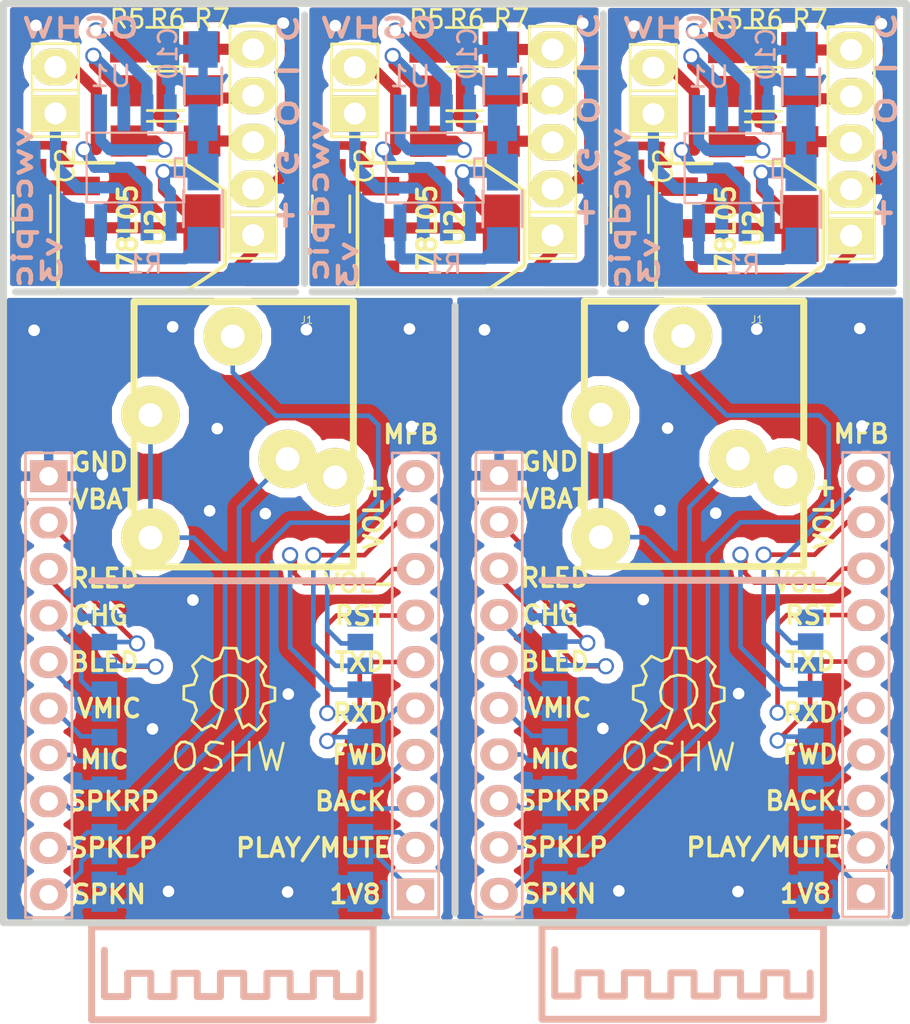
<source format=kicad_pcb>
(kicad_pcb (version 4) (host pcbnew 0.201411271501+5304~19~ubuntu14.04.1-product)
  (title_block (date "7 feb 2014"))
  (layers (0 Front signal) (31 Back signal) (34 B.Paste user) (35 F.Paste user) (36 B.SilkS user) (37 F.SilkS user) (38 B.Mask user) (39 F.Mask user) (44 Edge.Cuts user))
  (net 0 "")
  (net 1 "Net-(J1-Pad1)")
  (net 2 "Net-(J1-Pad2)")
  (net 3 "Net-(J1-Pad4)")
  (net 4 "Net-(P1-Pad1)")
  (net 5 "Net-(P1-Pad2)")
  (net 6 "Net-(P1-Pad3)")
  (net 7 "Net-(P1-Pad4)")
  (net 8 "Net-(P1-Pad5)")
  (net 9 "Net-(P1-Pad6)")
  (net 10 "Net-(P1-Pad7)")
  (net 11 "Net-(P1-Pad8)")
  (net 12 "Net-(P1-Pad9)")
  (net 13 "Net-(P1-Pad10)")
  (net 14 "Net-(P2-Pad2)")
  (net 15 "Net-(P2-Pad3)")
  (net 16 "Net-(P2-Pad4)")
  (net 17 "Net-(P2-Pad5)")
  (net 18 "Net-(P2-Pad6)")
  (net 19 "Net-(P2-Pad7)")
  (net 20 GND)
  (net 21 +5V)
  (net 22 DataIn)
  (net 23 POWER_CTL)
  (net 24 "Net-(R5-Pad1)")
  (net 25 "Net-(R6-Pad1)")
  (net 26 "Net-(R7-Pad1)")
  (net 27 CLK)
  (net 28 DataOut)
  (net 29 "Net-(R1-Pad1)")
  (net 30 "Net-(P2-Pad1)")
  (module my_modules:SOT-223-REGULATOR (layer Front) (at 151.511 79.16672 270)
    (fp_text reference U2 (at 0 -0.762 270) (layer F.SilkS) (effects (font (size 1.016 1.016) (thickness 0.2032))))
    (fp_text value 78L05 (at 0 0.762 270) (layer F.SilkS) (effects (font (size 1.016 1.016) (thickness 0.2032))))
    (pad VO smd rect (at 0 -3.302 270) (size 3.6576 2.032) (layers Front F.Paste F.Mask) (net 21 +5V))
    (pad VO smd rect (at 0 3.302 270) (size 1.016 2.032) (layers Front F.Paste F.Mask) (net 21 +5V))
    (pad VI smd rect (at 2.286 3.302 270) (size 1.016 2.032) (layers Front F.Paste F.Mask) (net 23 POWER_CTL))
    (pad GND smd rect (at -2.286 3.302 270) (size 1.016 2.032) (layers Front F.Paste F.Mask) (net 20 GND))
  )
  (module Capacitors_SMD:C_1206_HandSoldering (layer Back) (at 154.86888 71.41464 90)
    (fp_text reference C10 (at 1.778 -1.92024 90) (layer B.SilkS) (effects (justify mirror)))
    (fp_text value 100n hide)
    (pad 1 smd rect (at -2 0 90) (size 2 1.6) (layers Back B.Paste B.Mask) (net 21 +5V))
    (pad 2 smd rect (at 2 0 90) (size 2 1.6) (layers Back B.Paste B.Mask) (net 20 GND))
  )
  (module Capacitors_SMD:C_1206_HandSoldering (layer Front) (at 145.49628 78.39964 90)
    (fp_text reference C2 (at 2.63144 1.83896 270) (layer F.SilkS))
    (fp_text value 100n hide)
    (pad 1 smd rect (at -2 0 90) (size 2 1.6) (layers Front F.Paste F.Mask) (net 23 POWER_CTL))
    (pad 2 smd rect (at 2 0 90) (size 2 1.6) (layers Front F.Paste F.Mask) (net 20 GND))
  )
  (module my_modules:SOIC-8-W_long_pads (layer Back) (at 151.17064 75.87488 180)
    (fp_text reference U1 (at 1.3462 4.99364 180) (layer B.SilkS) (effects (font (size 1.143 1.143) (thickness 0.1524)) (justify mirror)))
    (fp_text value PIC12F629 hide)
    (pad 8 smd rect (at -1.905 3 180) (size 0.7 2) (layers Back B.Paste B.Mask) (net 20 GND))
    (pad 1 smd rect (at -1.905 -3 180) (size 0.7 2) (layers Back B.Paste B.Mask) (net 21 +5V))
    (pad 7 smd rect (at -0.635 3 180) (size 0.7 2) (layers Back B.Paste B.Mask) (net 24 "Net-(R5-Pad1)"))
    (pad 6 smd rect (at 0.635 3 180) (size 0.7 2) (layers Back B.Paste B.Mask) (net 25 "Net-(R6-Pad1)"))
    (pad 5 smd rect (at 1.905 3 180) (size 0.7 2) (layers Back B.Paste B.Mask) (net 26 "Net-(R7-Pad1)"))
    (pad 2 smd rect (at -0.635 -3 180) (size 0.7 2) (layers Back B.Paste B.Mask) (net 14 "Net-(P2-Pad2)"))
    (pad 3 smd rect (at 0.635 -3 180) (size 0.7 2) (layers Back B.Paste B.Mask) (net 30 "Net-(P2-Pad1)"))
    (pad 4 smd rect (at 1.905 -3 180) (size 0.7 2) (layers Back B.Paste B.Mask) (net 29 "Net-(R1-Pad1)"))
  )
  (module Resistors_SMD:R_1206_HandSoldering (layer Back) (at 154.86888 78.12024 90)
    (fp_text reference R1 (at -3.0226 -3.19024 360) (layer B.SilkS) (effects (justify mirror)))
    (fp_text value 10k hide)
    (pad 1 smd rect (at -2 0 90) (size 2 1.7) (layers Back B.Paste B.Mask) (net 29 "Net-(R1-Pad1)"))
    (pad 2 smd rect (at 2 0 90) (size 2 1.7) (layers Back B.Paste B.Mask) (net 21 +5V))
  )
  (module Resistors_SMD:R_1206_HandSoldering (layer Front) (at 152.78354 69.28104)
    (fp_text reference R5 (at -2.0447 -1.524) (layer F.SilkS))
    (fp_text value 3k3 hide)
    (pad 1 smd rect (at -2 0) (size 2 1.7) (layers Front F.Paste F.Mask) (net 24 "Net-(R5-Pad1)"))
    (pad 2 smd rect (at 2 0) (size 2 1.7) (layers Front F.Paste F.Mask) (net 27 CLK))
  )
  (module Resistors_SMD:R_1206_HandSoldering (layer Front) (at 152.81656 71.6788)
    (fp_text reference R6 (at 0.127 -3.91668) (layer F.SilkS))
    (fp_text value 3k3 hide)
    (pad 1 smd rect (at -2 0) (size 2 1.7) (layers Front F.Paste F.Mask) (net 25 "Net-(R6-Pad1)"))
    (pad 2 smd rect (at 2 0) (size 2 1.7) (layers Front F.Paste F.Mask) (net 22 DataIn))
  )
  (module Resistors_SMD:R_1206_HandSoldering (layer Front) (at 152.81656 74.422)
    (fp_text reference R7 (at 2.54 -6.69544) (layer F.SilkS))
    (fp_text value 3k3 hide)
    (pad 1 smd rect (at -2 0) (size 2 1.7) (layers Front F.Paste F.Mask) (net 26 "Net-(R7-Pad1)"))
    (pad 2 smd rect (at 2 0) (size 2 1.7) (layers Front F.Paste F.Mask) (net 28 DataOut))
  )
  (module Pin_Headers:Pin_Header_Straight_1x05 (layer Front) (at 157.60954 74.48804 90)
    (fp_text reference P1 hide)
    (fp_text value CONN_01X05 hide)
    (pad 1 thru_hole rect (at -5.08 0 90) (size 2 2.5) (drill 1.2) (layers *.Cu *.Mask F.SilkS) (net 23 POWER_CTL))
    (pad 2 thru_hole oval (at -2.54 0 90) (size 2 2.5) (drill 1.2) (layers *.Cu *.Mask F.SilkS) (net 20 GND))
    (pad 3 thru_hole oval (at 0 0 90) (size 2 2.5) (drill 1.2) (layers *.Cu *.Mask F.SilkS) (net 28 DataOut))
    (pad 4 thru_hole oval (at 2.54 0 90) (size 2 2.5) (drill 1.2) (layers *.Cu *.Mask F.SilkS) (net 22 DataIn))
    (pad 5 thru_hole oval (at 5.08 0 90) (size 2 2.5) (drill 1.2) (layers *.Cu *.Mask F.SilkS) (net 27 CLK))
  )
  (module Pin_Headers:Pin_Header_Straight_1x02 (layer Front) (at 146.79168 71.64324 90)
    (fp_text reference P2 hide)
    (fp_text value CONN_01X02 hide)
    (pad 1 thru_hole rect (at -1.27 0 90) (size 2 2.5) (drill 1.2) (layers *.Cu *.Mask F.SilkS) (net 30 "Net-(P2-Pad1)"))
    (pad 2 thru_hole oval (at 1.27 0 90) (size 2 2.5) (drill 1.2) (layers *.Cu *.Mask F.SilkS) (net 14 "Net-(P2-Pad2)"))
  )
  (module my_modules:SOT-223-REGULATOR (layer Front) (at 167.84828 79.19212 270)
    (fp_text reference U2 (at 0 -0.762 270) (layer F.SilkS) (effects (font (size 1.016 1.016) (thickness 0.2032))))
    (fp_text value 78L05 (at 0 0.762 270) (layer F.SilkS) (effects (font (size 1.016 1.016) (thickness 0.2032))))
    (pad VO smd rect (at 0 -3.302 270) (size 3.6576 2.032) (layers Front F.Paste F.Mask) (net 21 +5V))
    (pad VO smd rect (at 0 3.302 270) (size 1.016 2.032) (layers Front F.Paste F.Mask) (net 21 +5V))
    (pad VI smd rect (at 2.286 3.302 270) (size 1.016 2.032) (layers Front F.Paste F.Mask) (net 23 POWER_CTL))
    (pad GND smd rect (at -2.286 3.302 270) (size 1.016 2.032) (layers Front F.Paste F.Mask) (net 20 GND))
  )
  (module Capacitors_SMD:C_1206_HandSoldering (layer Back) (at 171.20616 71.44004 90)
    (fp_text reference C10 (at 1.778 -1.92024 90) (layer B.SilkS) (effects (justify mirror)))
    (fp_text value 100n hide)
    (pad 1 smd rect (at -2 0 90) (size 2 1.6) (layers Back B.Paste B.Mask) (net 21 +5V))
    (pad 2 smd rect (at 2 0 90) (size 2 1.6) (layers Back B.Paste B.Mask) (net 20 GND))
  )
  (module Capacitors_SMD:C_1206_HandSoldering (layer Front) (at 161.83356 78.42504 90)
    (fp_text reference C2 (at 2.63144 1.83896 270) (layer F.SilkS))
    (fp_text value 100n hide)
    (pad 1 smd rect (at -2 0 90) (size 2 1.6) (layers Front F.Paste F.Mask) (net 23 POWER_CTL))
    (pad 2 smd rect (at 2 0 90) (size 2 1.6) (layers Front F.Paste F.Mask) (net 20 GND))
  )
  (module my_modules:SOIC-8-W_long_pads (layer Back) (at 167.50792 75.90028 180)
    (fp_text reference U1 (at 1.3462 4.99364 180) (layer B.SilkS) (effects (font (size 1.143 1.143) (thickness 0.1524)) (justify mirror)))
    (fp_text value PIC12F629 hide)
    (pad 8 smd rect (at -1.905 3 180) (size 0.7 2) (layers Back B.Paste B.Mask) (net 20 GND))
    (pad 1 smd rect (at -1.905 -3 180) (size 0.7 2) (layers Back B.Paste B.Mask) (net 21 +5V))
    (pad 7 smd rect (at -0.635 3 180) (size 0.7 2) (layers Back B.Paste B.Mask) (net 24 "Net-(R5-Pad1)"))
    (pad 6 smd rect (at 0.635 3 180) (size 0.7 2) (layers Back B.Paste B.Mask) (net 25 "Net-(R6-Pad1)"))
    (pad 5 smd rect (at 1.905 3 180) (size 0.7 2) (layers Back B.Paste B.Mask) (net 26 "Net-(R7-Pad1)"))
    (pad 2 smd rect (at -0.635 -3 180) (size 0.7 2) (layers Back B.Paste B.Mask) (net 14 "Net-(P2-Pad2)"))
    (pad 3 smd rect (at 0.635 -3 180) (size 0.7 2) (layers Back B.Paste B.Mask) (net 30 "Net-(P2-Pad1)"))
    (pad 4 smd rect (at 1.905 -3 180) (size 0.7 2) (layers Back B.Paste B.Mask) (net 29 "Net-(R1-Pad1)"))
  )
  (module Resistors_SMD:R_1206_HandSoldering (layer Back) (at 171.20616 78.14564 90)
    (fp_text reference R1 (at -3.0226 -3.19024 360) (layer B.SilkS) (effects (justify mirror)))
    (fp_text value 10k hide)
    (pad 1 smd rect (at -2 0 90) (size 2 1.7) (layers Back B.Paste B.Mask) (net 29 "Net-(R1-Pad1)"))
    (pad 2 smd rect (at 2 0 90) (size 2 1.7) (layers Back B.Paste B.Mask) (net 21 +5V))
  )
  (module Resistors_SMD:R_1206_HandSoldering (layer Front) (at 169.12082 69.30644)
    (fp_text reference R5 (at -2.0447 -1.524) (layer F.SilkS))
    (fp_text value 3k3 hide)
    (pad 1 smd rect (at -2 0) (size 2 1.7) (layers Front F.Paste F.Mask) (net 24 "Net-(R5-Pad1)"))
    (pad 2 smd rect (at 2 0) (size 2 1.7) (layers Front F.Paste F.Mask) (net 27 CLK))
  )
  (module Resistors_SMD:R_1206_HandSoldering (layer Front) (at 169.15384 71.7042)
    (fp_text reference R6 (at 0.127 -3.91668) (layer F.SilkS))
    (fp_text value 3k3 hide)
    (pad 1 smd rect (at -2 0) (size 2 1.7) (layers Front F.Paste F.Mask) (net 25 "Net-(R6-Pad1)"))
    (pad 2 smd rect (at 2 0) (size 2 1.7) (layers Front F.Paste F.Mask) (net 22 DataIn))
  )
  (module Resistors_SMD:R_1206_HandSoldering (layer Front) (at 169.15384 74.4474)
    (fp_text reference R7 (at 2.54 -6.69544) (layer F.SilkS))
    (fp_text value 3k3 hide)
    (pad 1 smd rect (at -2 0) (size 2 1.7) (layers Front F.Paste F.Mask) (net 26 "Net-(R7-Pad1)"))
    (pad 2 smd rect (at 2 0) (size 2 1.7) (layers Front F.Paste F.Mask) (net 28 DataOut))
  )
  (module Pin_Headers:Pin_Header_Straight_1x05 (layer Front) (at 173.94682 74.51344 90)
    (fp_text reference P1 hide)
    (fp_text value CONN_01X05 hide)
    (pad 1 thru_hole rect (at -5.08 0 90) (size 2 2.5) (drill 1.2) (layers *.Cu *.Mask F.SilkS) (net 23 POWER_CTL))
    (pad 2 thru_hole oval (at -2.54 0 90) (size 2 2.5) (drill 1.2) (layers *.Cu *.Mask F.SilkS) (net 20 GND))
    (pad 3 thru_hole oval (at 0 0 90) (size 2 2.5) (drill 1.2) (layers *.Cu *.Mask F.SilkS) (net 28 DataOut))
    (pad 4 thru_hole oval (at 2.54 0 90) (size 2 2.5) (drill 1.2) (layers *.Cu *.Mask F.SilkS) (net 22 DataIn))
    (pad 5 thru_hole oval (at 5.08 0 90) (size 2 2.5) (drill 1.2) (layers *.Cu *.Mask F.SilkS) (net 27 CLK))
  )
  (module Pin_Headers:Pin_Header_Straight_1x02 (layer Front) (at 163.12896 71.66864 90)
    (fp_text reference P2 hide)
    (fp_text value CONN_01X02 hide)
    (pad 1 thru_hole rect (at -1.27 0 90) (size 2 2.5) (drill 1.2) (layers *.Cu *.Mask F.SilkS) (net 30 "Net-(P2-Pad1)"))
    (pad 2 thru_hole oval (at 1.27 0 90) (size 2 2.5) (drill 1.2) (layers *.Cu *.Mask F.SilkS) (net 14 "Net-(P2-Pad2)"))
  )
  (module my_modules:BLK-MD-SPK-B (layer Back) (at 131.826 122.4534)
    (fp_text reference U1 hide)
    (fp_text value BLK-MD-SPK-B hide)
    (pad 1 smd rect (at 1.27 -6.35 180) (size 1.4 0.9) (layers Back B.Paste B.Mask) (net 20 GND))
    (pad 2 smd rect (at 1.27 -7.65 180) (size 1.4 0.9) (layers Back B.Paste B.Mask) (net 20 GND))
    (pad 3 smd rect (at 1.27 -8.95 180) (size 1.4 0.9) (layers Back B.Paste B.Mask) (net 1 "Net-(J1-Pad1)"))
    (pad 4 smd rect (at 1.27 -10.25 180) (size 1.4 0.9) (layers Back B.Paste B.Mask) (net 3 "Net-(J1-Pad4)"))
    (pad 5 smd rect (at 1.27 -11.55 180) (size 1.4 0.9) (layers Back B.Paste B.Mask) (net 2 "Net-(J1-Pad2)"))
    (pad 6 smd rect (at 1.27 -12.85 180) (size 1.4 0.9) (layers Back B.Paste B.Mask) (net 20 GND))
    (pad 7 smd rect (at 1.27 -14.15 180) (size 1.4 0.9) (layers Back B.Paste B.Mask) (net 19 "Net-(P2-Pad7)"))
    (pad 8 smd rect (at 1.27 -15.45 180) (size 1.4 0.9) (layers Back B.Paste B.Mask) (net 18 "Net-(P2-Pad6)"))
    (pad 9 smd rect (at 1.27 -16.75 180) (size 1.4 0.9) (layers Back B.Paste B.Mask) (net 17 "Net-(P2-Pad5)"))
    (pad 10 smd rect (at 1.27 -18.05 180) (size 1.4 0.9) (layers Back B.Paste B.Mask) (net 16 "Net-(P2-Pad4)"))
    (pad 11 smd rect (at 1.27 -19.35 180) (size 1.4 0.9) (layers Back B.Paste B.Mask) (net 15 "Net-(P2-Pad3)"))
    (pad 12 smd rect (at 1.27 -20.65 180) (size 1.4 0.9) (layers Back B.Paste B.Mask) (net 14 "Net-(P2-Pad2)"))
    (pad 13 smd rect (at 1.27 -21.95 180) (size 1.4 0.9) (layers Back B.Paste B.Mask) (net 20 GND))
    (pad 14 smd rect (at 15.27 -21.95 180) (size 1.4 0.9) (layers Back B.Paste B.Mask))
    (pad 15 smd rect (at 15.27 -20.65 180) (size 1.4 0.9) (layers Back B.Paste B.Mask) (net 13 "Net-(P1-Pad10)"))
    (pad 16 smd rect (at 15.27 -19.35 180) (size 1.4 0.9) (layers Back B.Paste B.Mask) (net 12 "Net-(P1-Pad9)"))
    (pad 17 smd rect (at 15.27 -18.05 180) (size 1.4 0.9) (layers Back B.Paste B.Mask) (net 11 "Net-(P1-Pad8)"))
    (pad 18 smd rect (at 15.27 -16.75 180) (size 1.4 0.9) (layers Back B.Paste B.Mask) (net 10 "Net-(P1-Pad7)"))
    (pad 19 smd rect (at 15.27 -15.45 180) (size 1.4 0.9) (layers Back B.Paste B.Mask) (net 9 "Net-(P1-Pad6)"))
    (pad 20 smd rect (at 15.27 -14.15 180) (size 1.4 0.9) (layers Back B.Paste B.Mask) (net 8 "Net-(P1-Pad5)"))
    (pad 21 smd rect (at 15.27 -12.85 180) (size 1.4 0.9) (layers Back B.Paste B.Mask) (net 7 "Net-(P1-Pad4)"))
    (pad 22 smd rect (at 15.27 -11.55 180) (size 1.4 0.9) (layers Back B.Paste B.Mask) (net 6 "Net-(P1-Pad3)"))
    (pad 23 smd rect (at 15.27 -10.25 180) (size 1.4 0.9) (layers Back B.Paste B.Mask) (net 5 "Net-(P1-Pad2)"))
    (pad 24 smd rect (at 15.27 -8.95 180) (size 1.4 0.9) (layers Back B.Paste B.Mask) (net 4 "Net-(P1-Pad1)"))
    (pad 25 smd rect (at 15.27 -7.65 180) (size 1.4 0.9) (layers Back B.Paste B.Mask) (net 20 GND))
    (pad 26 smd rect (at 15.27 -6.35 180) (size 1.4 0.9) (layers Back B.Paste B.Mask) (net 20 GND))
  )
  (module Pin_Headers:Pin_Header_Straight_1x10 (layer Back) (at 130.048 104.1654 270)
    (fp_text reference P2 hide)
    (fp_text value CONNECTOR hide)
    (pad 1 thru_hole rect (at -11.43 0 270) (size 1.7272 2.032) (drill 1.016) (layers *.Cu *.Mask B.SilkS) (net 20 GND))
    (pad 2 thru_hole oval (at -8.89 0 270) (size 1.7272 2.032) (drill 1.016) (layers *.Cu *.Mask B.SilkS) (net 14 "Net-(P2-Pad2)"))
    (pad 3 thru_hole oval (at -6.35 0 270) (size 1.7272 2.032) (drill 1.016) (layers *.Cu *.Mask B.SilkS) (net 15 "Net-(P2-Pad3)"))
    (pad 4 thru_hole oval (at -3.81 0 270) (size 1.7272 2.032) (drill 1.016) (layers *.Cu *.Mask B.SilkS) (net 16 "Net-(P2-Pad4)"))
    (pad 5 thru_hole oval (at -1.27 0 270) (size 1.7272 2.032) (drill 1.016) (layers *.Cu *.Mask B.SilkS) (net 17 "Net-(P2-Pad5)"))
    (pad 6 thru_hole oval (at 1.27 0 270) (size 1.7272 2.032) (drill 1.016) (layers *.Cu *.Mask B.SilkS) (net 18 "Net-(P2-Pad6)"))
    (pad 7 thru_hole oval (at 3.81 0 270) (size 1.7272 2.032) (drill 1.016) (layers *.Cu *.Mask B.SilkS) (net 19 "Net-(P2-Pad7)"))
    (pad 8 thru_hole oval (at 6.35 0 270) (size 1.7272 2.032) (drill 1.016) (layers *.Cu *.Mask B.SilkS) (net 2 "Net-(J1-Pad2)"))
    (pad 9 thru_hole oval (at 8.89 0 270) (size 1.7272 2.032) (drill 1.016) (layers *.Cu *.Mask B.SilkS) (net 3 "Net-(J1-Pad4)"))
    (pad 10 thru_hole oval (at 11.43 0 270) (size 1.7272 2.032) (drill 1.016) (layers *.Cu *.Mask B.SilkS) (net 1 "Net-(J1-Pad1)"))
  )
  (module Pin_Headers:Pin_Header_Straight_1x10 (layer Back) (at 150.114 104.1654 90)
    (fp_text reference P1 hide)
    (fp_text value CONNECTOR hide)
    (pad 1 thru_hole rect (at -11.43 0 90) (size 1.7272 2.032) (drill 1.016) (layers *.Cu *.Mask B.SilkS) (net 4 "Net-(P1-Pad1)"))
    (pad 2 thru_hole oval (at -8.89 0 90) (size 1.7272 2.032) (drill 1.016) (layers *.Cu *.Mask B.SilkS) (net 5 "Net-(P1-Pad2)"))
    (pad 3 thru_hole oval (at -6.35 0 90) (size 1.7272 2.032) (drill 1.016) (layers *.Cu *.Mask B.SilkS) (net 6 "Net-(P1-Pad3)"))
    (pad 4 thru_hole oval (at -3.81 0 90) (size 1.7272 2.032) (drill 1.016) (layers *.Cu *.Mask B.SilkS) (net 7 "Net-(P1-Pad4)"))
    (pad 5 thru_hole oval (at -1.27 0 90) (size 1.7272 2.032) (drill 1.016) (layers *.Cu *.Mask B.SilkS) (net 8 "Net-(P1-Pad5)"))
    (pad 6 thru_hole oval (at 1.27 0 90) (size 1.7272 2.032) (drill 1.016) (layers *.Cu *.Mask B.SilkS) (net 9 "Net-(P1-Pad6)"))
    (pad 7 thru_hole oval (at 3.81 0 90) (size 1.7272 2.032) (drill 1.016) (layers *.Cu *.Mask B.SilkS) (net 10 "Net-(P1-Pad7)"))
    (pad 8 thru_hole oval (at 6.35 0 90) (size 1.7272 2.032) (drill 1.016) (layers *.Cu *.Mask B.SilkS) (net 11 "Net-(P1-Pad8)"))
    (pad 9 thru_hole oval (at 8.89 0 90) (size 1.7272 2.032) (drill 1.016) (layers *.Cu *.Mask B.SilkS) (net 12 "Net-(P1-Pad9)"))
    (pad 10 thru_hole oval (at 11.43 0 90) (size 1.7272 2.032) (drill 1.016) (layers *.Cu *.Mask B.SilkS) (net 13 "Net-(P1-Pad10)"))
  )
  (module Pin_Headers:Pin_Header_Straight_1x10 (layer Back) (at 174.752 104.14 90)
    (fp_text reference P1 hide)
    (fp_text value CONNECTOR hide)
    (pad 1 thru_hole rect (at -11.43 0 90) (size 1.7272 2.032) (drill 1.016) (layers *.Cu *.Mask B.SilkS) (net 4 "Net-(P1-Pad1)"))
    (pad 2 thru_hole oval (at -8.89 0 90) (size 1.7272 2.032) (drill 1.016) (layers *.Cu *.Mask B.SilkS) (net 5 "Net-(P1-Pad2)"))
    (pad 3 thru_hole oval (at -6.35 0 90) (size 1.7272 2.032) (drill 1.016) (layers *.Cu *.Mask B.SilkS) (net 6 "Net-(P1-Pad3)"))
    (pad 4 thru_hole oval (at -3.81 0 90) (size 1.7272 2.032) (drill 1.016) (layers *.Cu *.Mask B.SilkS) (net 7 "Net-(P1-Pad4)"))
    (pad 5 thru_hole oval (at -1.27 0 90) (size 1.7272 2.032) (drill 1.016) (layers *.Cu *.Mask B.SilkS) (net 8 "Net-(P1-Pad5)"))
    (pad 6 thru_hole oval (at 1.27 0 90) (size 1.7272 2.032) (drill 1.016) (layers *.Cu *.Mask B.SilkS) (net 9 "Net-(P1-Pad6)"))
    (pad 7 thru_hole oval (at 3.81 0 90) (size 1.7272 2.032) (drill 1.016) (layers *.Cu *.Mask B.SilkS) (net 10 "Net-(P1-Pad7)"))
    (pad 8 thru_hole oval (at 6.35 0 90) (size 1.7272 2.032) (drill 1.016) (layers *.Cu *.Mask B.SilkS) (net 11 "Net-(P1-Pad8)"))
    (pad 9 thru_hole oval (at 8.89 0 90) (size 1.7272 2.032) (drill 1.016) (layers *.Cu *.Mask B.SilkS) (net 12 "Net-(P1-Pad9)"))
    (pad 10 thru_hole oval (at 11.43 0 90) (size 1.7272 2.032) (drill 1.016) (layers *.Cu *.Mask B.SilkS) (net 13 "Net-(P1-Pad10)"))
  )
  (module Pin_Headers:Pin_Header_Straight_1x10 (layer Back) (at 154.686 104.14 270)
    (fp_text reference P2 hide)
    (fp_text value CONNECTOR hide)
    (pad 1 thru_hole rect (at -11.43 0 270) (size 1.7272 2.032) (drill 1.016) (layers *.Cu *.Mask B.SilkS) (net 20 GND))
    (pad 2 thru_hole oval (at -8.89 0 270) (size 1.7272 2.032) (drill 1.016) (layers *.Cu *.Mask B.SilkS) (net 14 "Net-(P2-Pad2)"))
    (pad 3 thru_hole oval (at -6.35 0 270) (size 1.7272 2.032) (drill 1.016) (layers *.Cu *.Mask B.SilkS) (net 15 "Net-(P2-Pad3)"))
    (pad 4 thru_hole oval (at -3.81 0 270) (size 1.7272 2.032) (drill 1.016) (layers *.Cu *.Mask B.SilkS) (net 16 "Net-(P2-Pad4)"))
    (pad 5 thru_hole oval (at -1.27 0 270) (size 1.7272 2.032) (drill 1.016) (layers *.Cu *.Mask B.SilkS) (net 17 "Net-(P2-Pad5)"))
    (pad 6 thru_hole oval (at 1.27 0 270) (size 1.7272 2.032) (drill 1.016) (layers *.Cu *.Mask B.SilkS) (net 18 "Net-(P2-Pad6)"))
    (pad 7 thru_hole oval (at 3.81 0 270) (size 1.7272 2.032) (drill 1.016) (layers *.Cu *.Mask B.SilkS) (net 19 "Net-(P2-Pad7)"))
    (pad 8 thru_hole oval (at 6.35 0 270) (size 1.7272 2.032) (drill 1.016) (layers *.Cu *.Mask B.SilkS) (net 2 "Net-(J1-Pad2)"))
    (pad 9 thru_hole oval (at 8.89 0 270) (size 1.7272 2.032) (drill 1.016) (layers *.Cu *.Mask B.SilkS) (net 3 "Net-(J1-Pad4)"))
    (pad 10 thru_hole oval (at 11.43 0 270) (size 1.7272 2.032) (drill 1.016) (layers *.Cu *.Mask B.SilkS) (net 1 "Net-(J1-Pad1)"))
  )
  (module my_modules:BLK-MD-SPK-B (layer Back) (at 156.464 122.428)
    (fp_text reference U1 hide)
    (fp_text value BLK-MD-SPK-B hide)
    (pad 1 smd rect (at 1.27 -6.35 180) (size 1.4 0.9) (layers Back B.Paste B.Mask) (net 20 GND))
    (pad 2 smd rect (at 1.27 -7.65 180) (size 1.4 0.9) (layers Back B.Paste B.Mask) (net 20 GND))
    (pad 3 smd rect (at 1.27 -8.95 180) (size 1.4 0.9) (layers Back B.Paste B.Mask) (net 1 "Net-(J1-Pad1)"))
    (pad 4 smd rect (at 1.27 -10.25 180) (size 1.4 0.9) (layers Back B.Paste B.Mask) (net 3 "Net-(J1-Pad4)"))
    (pad 5 smd rect (at 1.27 -11.55 180) (size 1.4 0.9) (layers Back B.Paste B.Mask) (net 2 "Net-(J1-Pad2)"))
    (pad 6 smd rect (at 1.27 -12.85 180) (size 1.4 0.9) (layers Back B.Paste B.Mask) (net 20 GND))
    (pad 7 smd rect (at 1.27 -14.15 180) (size 1.4 0.9) (layers Back B.Paste B.Mask) (net 19 "Net-(P2-Pad7)"))
    (pad 8 smd rect (at 1.27 -15.45 180) (size 1.4 0.9) (layers Back B.Paste B.Mask) (net 18 "Net-(P2-Pad6)"))
    (pad 9 smd rect (at 1.27 -16.75 180) (size 1.4 0.9) (layers Back B.Paste B.Mask) (net 17 "Net-(P2-Pad5)"))
    (pad 10 smd rect (at 1.27 -18.05 180) (size 1.4 0.9) (layers Back B.Paste B.Mask) (net 16 "Net-(P2-Pad4)"))
    (pad 11 smd rect (at 1.27 -19.35 180) (size 1.4 0.9) (layers Back B.Paste B.Mask) (net 15 "Net-(P2-Pad3)"))
    (pad 12 smd rect (at 1.27 -20.65 180) (size 1.4 0.9) (layers Back B.Paste B.Mask) (net 14 "Net-(P2-Pad2)"))
    (pad 13 smd rect (at 1.27 -21.95 180) (size 1.4 0.9) (layers Back B.Paste B.Mask) (net 20 GND))
    (pad 14 smd rect (at 15.27 -21.95 180) (size 1.4 0.9) (layers Back B.Paste B.Mask))
    (pad 15 smd rect (at 15.27 -20.65 180) (size 1.4 0.9) (layers Back B.Paste B.Mask) (net 13 "Net-(P1-Pad10)"))
    (pad 16 smd rect (at 15.27 -19.35 180) (size 1.4 0.9) (layers Back B.Paste B.Mask) (net 12 "Net-(P1-Pad9)"))
    (pad 17 smd rect (at 15.27 -18.05 180) (size 1.4 0.9) (layers Back B.Paste B.Mask) (net 11 "Net-(P1-Pad8)"))
    (pad 18 smd rect (at 15.27 -16.75 180) (size 1.4 0.9) (layers Back B.Paste B.Mask) (net 10 "Net-(P1-Pad7)"))
    (pad 19 smd rect (at 15.27 -15.45 180) (size 1.4 0.9) (layers Back B.Paste B.Mask) (net 9 "Net-(P1-Pad6)"))
    (pad 20 smd rect (at 15.27 -14.15 180) (size 1.4 0.9) (layers Back B.Paste B.Mask) (net 8 "Net-(P1-Pad5)"))
    (pad 21 smd rect (at 15.27 -12.85 180) (size 1.4 0.9) (layers Back B.Paste B.Mask) (net 7 "Net-(P1-Pad4)"))
    (pad 22 smd rect (at 15.27 -11.55 180) (size 1.4 0.9) (layers Back B.Paste B.Mask) (net 6 "Net-(P1-Pad3)"))
    (pad 23 smd rect (at 15.27 -10.25 180) (size 1.4 0.9) (layers Back B.Paste B.Mask) (net 5 "Net-(P1-Pad2)"))
    (pad 24 smd rect (at 15.27 -8.95 180) (size 1.4 0.9) (layers Back B.Paste B.Mask) (net 4 "Net-(P1-Pad1)"))
    (pad 25 smd rect (at 15.27 -7.65 180) (size 1.4 0.9) (layers Back B.Paste B.Mask) (net 20 GND))
    (pad 26 smd rect (at 15.27 -6.35 180) (size 1.4 0.9) (layers Back B.Paste B.Mask) (net 20 GND))
  )
  (module my_modules:3.5mm_stereo_jack_hacked (layer Front) (at 140.716 90.1954)
    (fp_text reference J1 (at 3.44932 -5.99948) (layer F.SilkS) (effects (font (size 0.39878 0.39878) (thickness 0.0508))))
    (fp_text value SCJ368R1NUS0B00G hide)
    (pad 1 thru_hole circle (at -0.59944 -5.10032) (size 3.2004 3.2004) (drill 1.30048) (layers *.Cu *.Mask F.SilkS) (net 1 "Net-(J1-Pad1)"))
    (pad 2 thru_hole circle (at -5.10032 -0.8001) (size 3.2004 3.2004) (drill 1.30048) (layers *.Cu *.Mask F.SilkS) (net 2 "Net-(J1-Pad2)"))
    (pad 3 thru_hole circle (at -5.10032 5.90042) (size 3.2004 3.2004) (drill 1.30048) (layers *.Cu *.Mask F.SilkS) (net 2 "Net-(J1-Pad2)"))
    (pad 5 thru_hole circle (at 2.4003 1.6002) (size 3.2004 3.2004) (drill 1.30048) (layers *.Cu *.Mask F.SilkS) (net 3 "Net-(J1-Pad4)"))
    (pad 4 thru_hole circle (at 5.00126 2.60096) (size 3.2004 3.2004) (drill 1.30048) (layers *.Cu *.Mask F.SilkS) (net 3 "Net-(J1-Pad4)"))
  )
  (module my_modules:3.5mm_stereo_jack_hacked (layer Front) (at 165.354 90.17)
    (fp_text reference J1 (at 3.44932 -5.99948) (layer F.SilkS) (effects (font (size 0.39878 0.39878) (thickness 0.0508))))
    (fp_text value SCJ368R1NUS0B00G hide)
    (pad 1 thru_hole circle (at -0.59944 -5.10032) (size 3.2004 3.2004) (drill 1.30048) (layers *.Cu *.Mask F.SilkS) (net 1 "Net-(J1-Pad1)"))
    (pad 2 thru_hole circle (at -5.10032 -0.8001) (size 3.2004 3.2004) (drill 1.30048) (layers *.Cu *.Mask F.SilkS) (net 2 "Net-(J1-Pad2)"))
    (pad 3 thru_hole circle (at -5.10032 5.90042) (size 3.2004 3.2004) (drill 1.30048) (layers *.Cu *.Mask F.SilkS) (net 2 "Net-(J1-Pad2)"))
    (pad 5 thru_hole circle (at 2.4003 1.6002) (size 3.2004 3.2004) (drill 1.30048) (layers *.Cu *.Mask F.SilkS) (net 3 "Net-(J1-Pad4)"))
    (pad 4 thru_hole circle (at 5.00126 2.60096) (size 3.2004 3.2004) (drill 1.30048) (layers *.Cu *.Mask F.SilkS) (net 3 "Net-(J1-Pad4)"))
  )
  (module Pin_Headers:Pin_Header_Straight_1x02 (layer Front) (at 130.41376 71.63308 90)
    (fp_text reference P2 hide)
    (fp_text value CONN_01X02 hide)
    (pad 1 thru_hole rect (at -1.27 0 90) (size 2 2.5) (drill 1.2) (layers *.Cu *.Mask F.SilkS) (net 30 "Net-(P2-Pad1)"))
    (pad 2 thru_hole oval (at 1.27 0 90) (size 2 2.5) (drill 1.2) (layers *.Cu *.Mask F.SilkS) (net 14 "Net-(P2-Pad2)"))
  )
  (module Pin_Headers:Pin_Header_Straight_1x05 (layer Front) (at 141.23162 74.47788 90)
    (fp_text reference P1 hide)
    (fp_text value CONN_01X05 hide)
    (pad 1 thru_hole rect (at -5.08 0 90) (size 2 2.5) (drill 1.2) (layers *.Cu *.Mask F.SilkS) (net 23 POWER_CTL))
    (pad 2 thru_hole oval (at -2.54 0 90) (size 2 2.5) (drill 1.2) (layers *.Cu *.Mask F.SilkS) (net 20 GND))
    (pad 3 thru_hole oval (at 0 0 90) (size 2 2.5) (drill 1.2) (layers *.Cu *.Mask F.SilkS) (net 28 DataOut))
    (pad 4 thru_hole oval (at 2.54 0 90) (size 2 2.5) (drill 1.2) (layers *.Cu *.Mask F.SilkS) (net 22 DataIn))
    (pad 5 thru_hole oval (at 5.08 0 90) (size 2 2.5) (drill 1.2) (layers *.Cu *.Mask F.SilkS) (net 27 CLK))
  )
  (module Resistors_SMD:R_1206_HandSoldering (layer Front) (at 136.43864 74.41184)
    (fp_text reference R7 (at 2.54 -6.69544) (layer F.SilkS))
    (fp_text value 3k3 hide)
    (pad 1 smd rect (at -2 0) (size 2 1.7) (layers Front F.Paste F.Mask) (net 26 "Net-(R7-Pad1)"))
    (pad 2 smd rect (at 2 0) (size 2 1.7) (layers Front F.Paste F.Mask) (net 28 DataOut))
  )
  (module Resistors_SMD:R_1206_HandSoldering (layer Front) (at 136.43864 71.66864)
    (fp_text reference R6 (at 0.127 -3.91668) (layer F.SilkS))
    (fp_text value 3k3 hide)
    (pad 1 smd rect (at -2 0) (size 2 1.7) (layers Front F.Paste F.Mask) (net 25 "Net-(R6-Pad1)"))
    (pad 2 smd rect (at 2 0) (size 2 1.7) (layers Front F.Paste F.Mask) (net 22 DataIn))
  )
  (module Resistors_SMD:R_1206_HandSoldering (layer Front) (at 136.40562 69.27088)
    (fp_text reference R5 (at -2.0447 -1.524) (layer F.SilkS))
    (fp_text value 3k3 hide)
    (pad 1 smd rect (at -2 0) (size 2 1.7) (layers Front F.Paste F.Mask) (net 24 "Net-(R5-Pad1)"))
    (pad 2 smd rect (at 2 0) (size 2 1.7) (layers Front F.Paste F.Mask) (net 27 CLK))
  )
  (module Resistors_SMD:R_1206_HandSoldering (layer Back) (at 138.49096 78.11008 90)
    (fp_text reference R1 (at -3.0226 -3.19024 360) (layer B.SilkS) (effects (justify mirror)))
    (fp_text value 10k hide)
    (pad 1 smd rect (at -2 0 90) (size 2 1.7) (layers Back B.Paste B.Mask) (net 29 "Net-(R1-Pad1)"))
    (pad 2 smd rect (at 2 0 90) (size 2 1.7) (layers Back B.Paste B.Mask) (net 21 +5V))
  )
  (module my_modules:SOIC-8-W_long_pads (layer Back) (at 134.79272 75.86472 180)
    (fp_text reference U1 (at 1.3462 4.99364 180) (layer B.SilkS) (effects (font (size 1.143 1.143) (thickness 0.1524)) (justify mirror)))
    (fp_text value PIC12F629 hide)
    (pad 8 smd rect (at -1.905 3 180) (size 0.7 2) (layers Back B.Paste B.Mask) (net 20 GND))
    (pad 1 smd rect (at -1.905 -3 180) (size 0.7 2) (layers Back B.Paste B.Mask) (net 21 +5V))
    (pad 7 smd rect (at -0.635 3 180) (size 0.7 2) (layers Back B.Paste B.Mask) (net 24 "Net-(R5-Pad1)"))
    (pad 6 smd rect (at 0.635 3 180) (size 0.7 2) (layers Back B.Paste B.Mask) (net 25 "Net-(R6-Pad1)"))
    (pad 5 smd rect (at 1.905 3 180) (size 0.7 2) (layers Back B.Paste B.Mask) (net 26 "Net-(R7-Pad1)"))
    (pad 2 smd rect (at -0.635 -3 180) (size 0.7 2) (layers Back B.Paste B.Mask) (net 14 "Net-(P2-Pad2)"))
    (pad 3 smd rect (at 0.635 -3 180) (size 0.7 2) (layers Back B.Paste B.Mask) (net 30 "Net-(P2-Pad1)"))
    (pad 4 smd rect (at 1.905 -3 180) (size 0.7 2) (layers Back B.Paste B.Mask) (net 29 "Net-(R1-Pad1)"))
  )
  (module Capacitors_SMD:C_1206_HandSoldering (layer Front) (at 129.11836 78.38948 90)
    (fp_text reference C2 (at 2.63144 1.83896 270) (layer F.SilkS))
    (fp_text value 100n hide)
    (pad 1 smd rect (at -2 0 90) (size 2 1.6) (layers Front F.Paste F.Mask) (net 23 POWER_CTL))
    (pad 2 smd rect (at 2 0 90) (size 2 1.6) (layers Front F.Paste F.Mask) (net 20 GND))
  )
  (module Capacitors_SMD:C_1206_HandSoldering (layer Back) (at 138.49096 71.40448 90)
    (fp_text reference C10 (at 1.778 -1.92024 90) (layer B.SilkS) (effects (justify mirror)))
    (fp_text value 100n hide)
    (pad 1 smd rect (at -2 0 90) (size 2 1.6) (layers Back B.Paste B.Mask) (net 21 +5V))
    (pad 2 smd rect (at 2 0 90) (size 2 1.6) (layers Back B.Paste B.Mask) (net 20 GND))
  )
  (module my_modules:SOT-223-REGULATOR (layer Front) (at 135.13308 79.15656 270)
    (fp_text reference U2 (at 0 -0.762 270) (layer F.SilkS) (effects (font (size 1.016 1.016) (thickness 0.2032))))
    (fp_text value 78L05 (at 0 0.762 270) (layer F.SilkS) (effects (font (size 1.016 1.016) (thickness 0.2032))))
    (pad VO smd rect (at 0 -3.302 270) (size 3.6576 2.032) (layers Front F.Paste F.Mask) (net 21 +5V))
    (pad VO smd rect (at 0 3.302 270) (size 1.016 2.032) (layers Front F.Paste F.Mask) (net 21 +5V))
    (pad VI smd rect (at 2.286 3.302 270) (size 1.016 2.032) (layers Front F.Paste F.Mask) (net 23 POWER_CTL))
    (pad GND smd rect (at -2.286 3.302 270) (size 1.016 2.032) (layers Front F.Paste F.Mask) (net 20 GND))
  )
  (module Symbols:Symbol_OSHW-Logo_SilkScreen (layer Front) (at 139.92352 104.60736)
    (fp_text reference SYM hide)
    (fp_text value Symbol_OSHW-Logo_SilkScreen_07Jul2012 hide)
  )
  (module Symbols:Symbol_OSHW-Logo_SilkScreen (layer Front) (at 164.51072 104.60736)
    (fp_text reference SYM hide)
    (fp_text value Symbol_OSHW-Logo_SilkScreen_07Jul2012 hide)
  )
  (gr_text OSHW (at 131.79044 68.23964) (layer B.SilkS) (effects (font (size 1 1.524) (thickness 0.25)) (justify mirror)))
  (gr_text OSHW (at 148.09724 68.23964) (layer B.SilkS) (effects (font (size 1 1.524) (thickness 0.25)) (justify mirror)))
  (gr_text OSHW (at 164.6174 68.2498) (layer B.SilkS) (effects (font (size 1 1.524) (thickness 0.25)) (justify mirror)))
  (gr_text "+ G O I C" (at 175.7934 73.3298 270) (layer B.SilkS) (effects (font (size 1 1.524) (thickness 0.25)) (justify mirror)))
  (gr_text "+ G O I C" (at 159.512 73.3044 270) (layer B.SilkS) (effects (font (size 1 1.524) (thickness 0.25)) (justify mirror)))
  (gr_text "+ G O I C" (at 143.0782 73.46696 270) (layer B.SilkS) (effects (font (size 1 1.524) (thickness 0.25)) (justify mirror)))
  (gr_text "vwcdpic\n     v3" (at 162.11804 78.06944 90) (layer B.SilkS) (effects (font (size 1 1.524) (thickness 0.25)) (justify mirror)))
  (gr_text "vwcdpic\n      v3" (at 145.6182 77.68844 90) (layer B.SilkS) (effects (font (size 1 1.524) (thickness 0.25)) (justify mirror)))
  (gr_text "vwcdpic\n     v3" (at 129.42824 78.0288 90) (layer B.SilkS) (effects (font (size 1 1.524) (thickness 0.25)) (justify mirror)))
  (gr_line (start 152.27808 116.63172) (end 152.27808 83.41868) (angle 90) (layer Edge.Cuts) (width 0.381))
  (gr_line (start 127.57404 66.89344) (end 176.97196 66.89344) (angle 90) (layer Edge.Cuts) (width 0.381))
  (gr_line (start 160.39592 82.21472) (end 160.39592 67.45732) (angle 90) (layer Edge.Cuts) (width 0.381))
  (gr_line (start 144.04848 82.19948) (end 144.04848 67.5132) (angle 90) (layer Edge.Cuts) (width 0.381))
  (gr_line (start 160.782 82.66176) (end 176.23536 82.66176) (angle 90) (layer Edge.Cuts) (width 0.381))
  (gr_line (start 144.45488 82.66176) (end 159.93872 82.66176) (angle 90) (layer Edge.Cuts) (width 0.381))
  (gr_line (start 128.22936 82.66176) (end 143.5608 82.66176) (angle 90) (layer Edge.Cuts) (width 0.381))
  (gr_line (start 127.58928 117.14988) (end 176.97196 117.14988) (angle 90) (layer Edge.Cuts) (width 0.381))
  (gr_line (start 127.57404 66.97472) (end 127.57404 117.14988) (angle 90) (layer Edge.Cuts) (width 0.381))
  (gr_line (start 176.97704 117.1194) (end 176.97704 66.97472) (angle 90) (layer Edge.Cuts) (width 0.381))
  (gr_text GND (at 132.842 91.9734) (layer F.SilkS) (effects (font (size 1 1) (thickness 0.2))))
  (gr_text VBAT (at 133.096 94.0054) (layer F.SilkS) (effects (font (size 1 1) (thickness 0.2))))
  (gr_text RLED (at 133.096 98.3234) (layer F.SilkS) (effects (font (size 1 1) (thickness 0.2))))
  (gr_text CHG (at 132.842 100.3554) (layer F.SilkS) (effects (font (size 1 1) (thickness 0.2))))
  (gr_text BLED (at 133.096 102.8954) (layer F.SilkS) (effects (font (size 1 1) (thickness 0.2))))
  (gr_text VMIC (at 133.35 105.4354) (layer F.SilkS) (effects (font (size 1 1) (thickness 0.2))))
  (gr_text MIC (at 133.096 108.2294) (layer F.SilkS) (effects (font (size 1 1) (thickness 0.2))))
  (gr_text SPKRP (at 133.604 110.5154) (layer F.SilkS) (effects (font (size 1 1) (thickness 0.2))))
  (gr_text SPKLP (at 133.604 113.0554) (layer F.SilkS) (effects (font (size 1 1) (thickness 0.2))))
  (gr_text SPKN (at 133.35 115.5954) (layer F.SilkS) (effects (font (size 1 1) (thickness 0.2))))
  (gr_text 1V8 (at 146.812 115.5954) (layer F.SilkS) (effects (font (size 1 1) (thickness 0.2))))
  (gr_text PLAY/MUTE (at 144.526 113.0554) (layer F.SilkS) (effects (font (size 1 1) (thickness 0.2))))
  (gr_text BACK (at 146.558 110.5154) (layer F.SilkS) (effects (font (size 1 1) (thickness 0.2))))
  (gr_text FWD (at 147.066 107.9754) (layer F.SilkS) (effects (font (size 1 1) (thickness 0.2))))
  (gr_text RXD (at 147.066 105.6894) (layer F.SilkS) (effects (font (size 1 1) (thickness 0.2))))
  (gr_text TXD (at 147.066 102.8954) (layer F.SilkS) (effects (font (size 1 1) (thickness 0.2))))
  (gr_text RST (at 147.066 100.3554) (layer F.SilkS) (effects (font (size 1 1) (thickness 0.2))))
  (gr_text VOL- (at 147.066 98.5774) (layer F.SilkS) (effects (font (size 1 1) (thickness 0.2))))
  (gr_text VOL+ (at 147.828 94.7674 90) (layer F.SilkS) (effects (font (size 1 1) (thickness 0.2))))
  (gr_text MFB (at 149.86 90.4494) (layer F.SilkS) (effects (font (size 1 1) (thickness 0.2))))
  (gr_text MFB (at 174.498 90.424) (layer F.SilkS) (effects (font (size 1 1) (thickness 0.2))))
  (gr_text VOL+ (at 172.466 94.742 90) (layer F.SilkS) (effects (font (size 1 1) (thickness 0.2))))
  (gr_text VOL- (at 171.704 98.552) (layer F.SilkS) (effects (font (size 1 1) (thickness 0.2))))
  (gr_text RST (at 171.704 100.33) (layer F.SilkS) (effects (font (size 1 1) (thickness 0.2))))
  (gr_text TXD (at 171.704 102.87) (layer F.SilkS) (effects (font (size 1 1) (thickness 0.2))))
  (gr_text RXD (at 171.704 105.664) (layer F.SilkS) (effects (font (size 1 1) (thickness 0.2))))
  (gr_text FWD (at 171.704 107.95) (layer F.SilkS) (effects (font (size 1 1) (thickness 0.2))))
  (gr_text BACK (at 171.196 110.49) (layer F.SilkS) (effects (font (size 1 1) (thickness 0.2))))
  (gr_text PLAY/MUTE (at 169.164 113.03) (layer F.SilkS) (effects (font (size 1 1) (thickness 0.2))))
  (gr_text 1V8 (at 171.45 115.57) (layer F.SilkS) (effects (font (size 1 1) (thickness 0.2))))
  (gr_text SPKN (at 157.988 115.57) (layer F.SilkS) (effects (font (size 1 1) (thickness 0.2))))
  (gr_text SPKLP (at 158.242 113.03) (layer F.SilkS) (effects (font (size 1 1) (thickness 0.2))))
  (gr_text SPKRP (at 158.242 110.49) (layer F.SilkS) (effects (font (size 1 1) (thickness 0.2))))
  (gr_text MIC (at 157.734 108.204) (layer F.SilkS) (effects (font (size 1 1) (thickness 0.2))))
  (gr_text VMIC (at 157.988 105.41) (layer F.SilkS) (effects (font (size 1 1) (thickness 0.2))))
  (gr_text BLED (at 157.734 102.87) (layer F.SilkS) (effects (font (size 1 1) (thickness 0.2))))
  (gr_text CHG (at 157.48 100.33) (layer F.SilkS) (effects (font (size 1 1) (thickness 0.2))))
  (gr_text RLED (at 157.734 98.298) (layer F.SilkS) (effects (font (size 1 1) (thickness 0.2))))
  (gr_text VBAT (at 157.734 93.98) (layer F.SilkS) (effects (font (size 1 1) (thickness 0.2))))
  (gr_text GND (at 157.48 91.948) (layer F.SilkS) (effects (font (size 1 1) (thickness 0.2))))
  (segment (start 157.674 113.538) (end 157.734 113.478) (width 0.254) (layer Back) (net 1))
  (segment (start 159.004 113.478) (end 157.734 113.478) (width 0.254) (layer Back) (net 1))
  (segment (start 172.72 93.98) (end 171.45 95.25) (width 0.254) (layer Back) (net 1))
  (segment (start 172.72 89.916) (end 172.72 93.98) (width 0.254) (layer Back) (net 1))
  (segment (start 172.212 89.408) (end 172.72 89.916) (width 0.254) (layer Back) (net 1))
  (segment (start 166.624 96.52) (end 167.894 95.25) (width 0.254) (layer Back) (net 1))
  (segment (start 167.894 95.25) (end 171.45 95.25) (width 0.254) (layer Back) (net 1))
  (segment (start 164.75456 87.03056) (end 167.132 89.408) (width 0.254) (layer Back) (net 1))
  (segment (start 167.132 89.408) (end 172.212 89.408) (width 0.254) (layer Back) (net 1))
  (segment (start 164.75456 85.06968) (end 164.75456 87.03056) (width 0.254) (layer Back) (net 1))
  (segment (start 166.116 97.028) (end 166.624 96.52) (width 0.254) (layer Back) (net 1))
  (segment (start 166.116 106.426) (end 166.116 97.028) (width 0.254) (layer Back) (net 1))
  (segment (start 159.064 113.478) (end 166.116 106.426) (width 0.254) (layer Back) (net 1))
  (segment (start 159.004 113.478) (end 159.064 113.478) (width 0.254) (layer Back) (net 1))
  (segment (start 156.778 113.478) (end 157.734 113.478) (width 0.254) (layer Back) (net 1))
  (segment (start 156.464 113.792) (end 156.778 113.478) (width 0.254) (layer Back) (net 1))
  (segment (start 156.464 114.3) (end 156.464 113.792) (width 0.254) (layer Back) (net 1))
  (segment (start 155.194 115.57) (end 156.464 114.3) (width 0.254) (layer Back) (net 1))
  (segment (start 154.432 115.57) (end 155.194 115.57) (width 0.254) (layer Back) (net 1))
  (segment (start 129.794 115.5954) (end 130.556 115.5954) (width 0.254) (layer Back) (net 1))
  (segment (start 130.556 115.5954) (end 131.826 114.3254) (width 0.254) (layer Back) (net 1))
  (segment (start 131.826 114.3254) (end 131.826 113.8174) (width 0.254) (layer Back) (net 1))
  (segment (start 131.826 113.8174) (end 132.14 113.5034) (width 0.254) (layer Back) (net 1))
  (segment (start 132.14 113.5034) (end 133.096 113.5034) (width 0.254) (layer Back) (net 1))
  (segment (start 134.366 113.5034) (end 134.426 113.5034) (width 0.254) (layer Back) (net 1))
  (segment (start 134.426 113.5034) (end 141.478 106.4514) (width 0.254) (layer Back) (net 1))
  (segment (start 141.478 106.4514) (end 141.478 97.0534) (width 0.254) (layer Back) (net 1))
  (segment (start 141.478 97.0534) (end 141.986 96.5454) (width 0.254) (layer Back) (net 1))
  (segment (start 140.11656 85.09508) (end 140.11656 87.05596) (width 0.254) (layer Back) (net 1))
  (segment (start 142.494 89.4334) (end 147.574 89.4334) (width 0.254) (layer Back) (net 1))
  (segment (start 140.11656 87.05596) (end 142.494 89.4334) (width 0.254) (layer Back) (net 1))
  (segment (start 143.256 95.2754) (end 146.812 95.2754) (width 0.254) (layer Back) (net 1))
  (segment (start 141.986 96.5454) (end 143.256 95.2754) (width 0.254) (layer Back) (net 1))
  (segment (start 147.574 89.4334) (end 148.082 89.9414) (width 0.254) (layer Back) (net 1))
  (segment (start 148.082 89.9414) (end 148.082 94.0054) (width 0.254) (layer Back) (net 1))
  (segment (start 148.082 94.0054) (end 146.812 95.2754) (width 0.254) (layer Back) (net 1))
  (segment (start 134.366 113.5034) (end 133.096 113.5034) (width 0.254) (layer Back) (net 1))
  (segment (start 133.036 113.5634) (end 133.096 113.5034) (width 0.254) (layer Back) (net 1))
  (segment (start 157.614 110.998) (end 157.734 110.878) (width 0.254) (layer Back) (net 2))
  (segment (start 160.02 96.3041) (end 160.25368 96.07042) (width 0.254) (layer Back) (net 2))
  (segment (start 160.25368 89.3699) (end 160.25368 96.07042) (width 0.254) (layer Back) (net 2))
  (segment (start 164.338 105.41) (end 164.338 97.79) (width 0.254) (layer Back) (net 2))
  (segment (start 164.338 97.79) (end 162.61842 96.07042) (width 0.254) (layer Back) (net 2))
  (segment (start 162.61842 96.07042) (end 160.25368 96.07042) (width 0.254) (layer Back) (net 2))
  (segment (start 158.87 110.878) (end 164.338 105.41) (width 0.254) (layer Back) (net 2))
  (segment (start 157.734 110.878) (end 158.87 110.878) (width 0.254) (layer Back) (net 2))
  (segment (start 157.092 110.878) (end 157.734 110.878) (width 0.254) (layer Back) (net 2))
  (segment (start 155.836 110.878) (end 157.734 110.878) (width 0.254) (layer Back) (net 2))
  (segment (start 155.448 110.49) (end 155.836 110.878) (width 0.254) (layer Back) (net 2))
  (segment (start 154.432 110.49) (end 155.448 110.49) (width 0.254) (layer Back) (net 2))
  (segment (start 129.794 110.5154) (end 130.81 110.5154) (width 0.254) (layer Back) (net 2))
  (segment (start 130.81 110.5154) (end 131.198 110.9034) (width 0.254) (layer Back) (net 2))
  (segment (start 131.198 110.9034) (end 133.096 110.9034) (width 0.254) (layer Back) (net 2))
  (segment (start 132.454 110.9034) (end 133.096 110.9034) (width 0.254) (layer Back) (net 2))
  (segment (start 133.096 110.9034) (end 134.232 110.9034) (width 0.254) (layer Back) (net 2))
  (segment (start 134.232 110.9034) (end 139.7 105.4354) (width 0.254) (layer Back) (net 2))
  (segment (start 137.98042 96.09582) (end 135.61568 96.09582) (width 0.254) (layer Back) (net 2))
  (segment (start 139.7 97.8154) (end 137.98042 96.09582) (width 0.254) (layer Back) (net 2))
  (segment (start 139.7 105.4354) (end 139.7 97.8154) (width 0.254) (layer Back) (net 2))
  (segment (start 135.61568 89.3953) (end 135.61568 96.09582) (width 0.254) (layer Back) (net 2))
  (segment (start 135.382 96.3295) (end 135.61568 96.09582) (width 0.254) (layer Back) (net 2))
  (segment (start 132.976 111.0234) (end 133.096 110.9034) (width 0.254) (layer Back) (net 2))
  (segment (start 167.7543 91.7702) (end 166.7002 91.7702) (width 0.254) (layer Back) (net 3))
  (segment (start 158.914 112.178) (end 165.1 105.992) (width 0.254) (layer Back) (net 3))
  (segment (start 165.1 105.992) (end 165.1 94.4245) (width 0.254) (layer Back) (net 3))
  (segment (start 165.1 94.4245) (end 167.7543 91.7702) (width 0.254) (layer Back) (net 3))
  (segment (start 157.734 112.178) (end 158.914 112.178) (width 0.254) (layer Back) (net 3))
  (segment (start 169.3545 91.7702) (end 170.35526 92.77096) (width 0.254) (layer Back) (net 3))
  (segment (start 167.7543 91.7702) (end 169.3545 91.7702) (width 0.254) (layer Back) (net 3))
  (segment (start 157.062 112.178) (end 157.734 112.178) (width 0.254) (layer Back) (net 3))
  (segment (start 156.808 112.178) (end 157.734 112.178) (width 0.254) (layer Back) (net 3))
  (segment (start 155.956 113.03) (end 156.808 112.178) (width 0.254) (layer Back) (net 3))
  (segment (start 154.432 113.03) (end 155.956 113.03) (width 0.254) (layer Back) (net 3))
  (segment (start 129.794 113.0554) (end 131.318 113.0554) (width 0.254) (layer Back) (net 3))
  (segment (start 131.318 113.0554) (end 132.17 112.2034) (width 0.254) (layer Back) (net 3))
  (segment (start 132.17 112.2034) (end 133.096 112.2034) (width 0.254) (layer Back) (net 3))
  (segment (start 132.424 112.2034) (end 133.096 112.2034) (width 0.254) (layer Back) (net 3))
  (segment (start 143.1163 91.7956) (end 144.7165 91.7956) (width 0.254) (layer Back) (net 3))
  (segment (start 144.7165 91.7956) (end 145.71726 92.79636) (width 0.254) (layer Back) (net 3))
  (segment (start 133.096 112.2034) (end 134.276 112.2034) (width 0.254) (layer Back) (net 3))
  (segment (start 140.462 94.4499) (end 143.1163 91.7956) (width 0.254) (layer Back) (net 3))
  (segment (start 140.462 106.0174) (end 140.462 94.4499) (width 0.254) (layer Back) (net 3))
  (segment (start 134.276 112.2034) (end 140.462 106.0174) (width 0.254) (layer Back) (net 3))
  (segment (start 143.1163 91.7956) (end 142.0622 91.7956) (width 0.254) (layer Back) (net 3))
  (segment (start 171.734 113.478) (end 172.66 113.478) (width 0.254) (layer Back) (net 4))
  (segment (start 172.66 113.478) (end 174.752 115.57) (width 0.254) (layer Back) (net 4))
  (segment (start 148.022 113.5034) (end 150.114 115.5954) (width 0.254) (layer Back) (net 4))
  (segment (start 147.096 113.5034) (end 148.022 113.5034) (width 0.254) (layer Back) (net 4))
  (segment (start 171.734 112.178) (end 173.9 112.178) (width 0.254) (layer Back) (net 5))
  (segment (start 173.9 112.178) (end 174.752 113.03) (width 0.254) (layer Back) (net 5))
  (segment (start 149.262 112.2034) (end 150.114 113.0554) (width 0.254) (layer Back) (net 5))
  (segment (start 147.096 112.2034) (end 149.262 112.2034) (width 0.254) (layer Back) (net 5))
  (segment (start 171.734 110.878) (end 174.364 110.878) (width 0.254) (layer Back) (net 6))
  (segment (start 174.364 110.878) (end 174.752 110.49) (width 0.254) (layer Back) (net 6))
  (segment (start 149.726 110.9034) (end 150.114 110.5154) (width 0.254) (layer Back) (net 6))
  (segment (start 147.096 110.9034) (end 149.726 110.9034) (width 0.254) (layer Back) (net 6))
  (segment (start 171.734 109.578) (end 172.824 109.578) (width 0.254) (layer Back) (net 7))
  (segment (start 174.452 107.95) (end 174.752 107.95) (width 0.254) (layer Back) (net 7))
  (segment (start 172.824 109.578) (end 174.452 107.95) (width 0.254) (layer Back) (net 7))
  (segment (start 148.186 109.6034) (end 149.814 107.9754) (width 0.254) (layer Back) (net 7))
  (segment (start 149.814 107.9754) (end 150.114 107.9754) (width 0.254) (layer Back) (net 7))
  (segment (start 147.096 109.6034) (end 148.186 109.6034) (width 0.254) (layer Back) (net 7))
  (segment (start 172.646 108.278) (end 172.974 107.95) (width 0.254) (layer Back) (net 8))
  (segment (start 172.974 107.95) (end 172.974 106.172) (width 0.254) (layer Back) (net 8))
  (segment (start 172.974 106.172) (end 173.736 105.41) (width 0.254) (layer Back) (net 8))
  (segment (start 171.734 108.278) (end 172.646 108.278) (width 0.254) (layer Back) (net 8))
  (segment (start 173.736 105.41) (end 174.752 105.41) (width 0.254) (layer Back) (net 8))
  (segment (start 149.098 105.4354) (end 150.114 105.4354) (width 0.254) (layer Back) (net 8))
  (segment (start 147.096 108.3034) (end 148.008 108.3034) (width 0.254) (layer Back) (net 8))
  (segment (start 148.336 106.1974) (end 149.098 105.4354) (width 0.254) (layer Back) (net 8))
  (segment (start 148.336 107.9754) (end 148.336 106.1974) (width 0.254) (layer Back) (net 8))
  (segment (start 148.008 108.3034) (end 148.336 107.9754) (width 0.254) (layer Back) (net 8))
  (segment (start 170.136 106.978) (end 171.734 106.978) (width 0.254) (layer Back) (net 9))
  (segment (start 169.926 107.188) (end 170.136 106.978) (width 0.254) (layer Back) (net 9))
  (via (at 169.926 107.188) (size 0.889) (layers Front Back) (net 9))
  (segment (start 171.958 102.87) (end 171.704 103.124) (width 0.254) (layer Front) (net 9))
  (segment (start 171.704 103.124) (end 171.704 105.41) (width 0.254) (layer Front) (net 9))
  (segment (start 171.704 105.41) (end 169.926 107.188) (width 0.254) (layer Front) (net 9))
  (segment (start 174.752 102.87) (end 171.958 102.87) (width 0.254) (layer Front) (net 9))
  (segment (start 150.114 102.8954) (end 147.32 102.8954) (width 0.254) (layer Front) (net 9))
  (segment (start 147.066 105.4354) (end 145.288 107.2134) (width 0.254) (layer Front) (net 9))
  (segment (start 147.066 103.1494) (end 147.066 105.4354) (width 0.254) (layer Front) (net 9))
  (segment (start 147.32 102.8954) (end 147.066 103.1494) (width 0.254) (layer Front) (net 9))
  (via (at 145.288 107.2134) (size 0.889) (layers Front Back) (net 9))
  (segment (start 145.288 107.2134) (end 145.498 107.0034) (width 0.254) (layer Back) (net 9))
  (segment (start 145.498 107.0034) (end 147.096 107.0034) (width 0.254) (layer Back) (net 9))
  (segment (start 169.94 105.678) (end 171.734 105.678) (width 0.254) (layer Back) (net 10))
  (via (at 169.926 105.664) (size 0.889) (layers Front Back) (net 10))
  (segment (start 169.926 105.664) (end 169.94 105.678) (width 0.254) (layer Back) (net 10))
  (segment (start 169.926 100.838) (end 169.926 105.664) (width 0.254) (layer Front) (net 10))
  (segment (start 170.434 100.33) (end 169.926 100.838) (width 0.254) (layer Front) (net 10))
  (segment (start 174.752 100.33) (end 170.434 100.33) (width 0.254) (layer Front) (net 10))
  (segment (start 150.114 100.3554) (end 145.796 100.3554) (width 0.254) (layer Front) (net 10))
  (segment (start 145.796 100.3554) (end 145.288 100.8634) (width 0.254) (layer Front) (net 10))
  (segment (start 145.288 100.8634) (end 145.288 105.6894) (width 0.254) (layer Front) (net 10))
  (segment (start 145.288 105.6894) (end 145.302 105.7034) (width 0.254) (layer Back) (net 10))
  (via (at 145.288 105.6894) (size 0.889) (layers Front Back) (net 10))
  (segment (start 145.302 105.7034) (end 147.096 105.7034) (width 0.254) (layer Back) (net 10))
  (segment (start 170.196 104.378) (end 167.894 102.076) (width 0.254) (layer Back) (net 11))
  (segment (start 167.894 102.076) (end 167.894 97.028) (width 0.254) (layer Back) (net 11))
  (via (at 167.894 97.028) (size 0.889) (layers Front Back) (net 11))
  (segment (start 167.894 97.028) (end 168.148 97.282) (width 0.254) (layer Front) (net 11))
  (segment (start 168.148 97.282) (end 168.148 98.044) (width 0.254) (layer Front) (net 11))
  (segment (start 168.148 98.044) (end 168.656 98.552) (width 0.254) (layer Front) (net 11))
  (segment (start 168.656 98.552) (end 171.704 98.552) (width 0.254) (layer Front) (net 11))
  (segment (start 171.734 104.378) (end 170.196 104.378) (width 0.254) (layer Back) (net 11))
  (segment (start 171.704 98.552) (end 172.72 98.552) (width 0.254) (layer Front) (net 11))
  (segment (start 172.72 98.552) (end 173.482 97.79) (width 0.254) (layer Front) (net 11))
  (segment (start 173.482 97.79) (end 174.752 97.79) (width 0.254) (layer Front) (net 11))
  (segment (start 148.844 97.8154) (end 150.114 97.8154) (width 0.254) (layer Front) (net 11))
  (segment (start 148.082 98.5774) (end 148.844 97.8154) (width 0.254) (layer Front) (net 11))
  (segment (start 147.066 98.5774) (end 148.082 98.5774) (width 0.254) (layer Front) (net 11))
  (segment (start 147.096 104.4034) (end 145.558 104.4034) (width 0.254) (layer Back) (net 11))
  (segment (start 144.018 98.5774) (end 147.066 98.5774) (width 0.254) (layer Front) (net 11))
  (segment (start 143.51 98.0694) (end 144.018 98.5774) (width 0.254) (layer Front) (net 11))
  (segment (start 143.51 97.3074) (end 143.51 98.0694) (width 0.254) (layer Front) (net 11))
  (segment (start 143.256 97.0534) (end 143.51 97.3074) (width 0.254) (layer Front) (net 11))
  (via (at 143.256 97.0534) (size 0.889) (layers Front Back) (net 11))
  (segment (start 143.256 102.1014) (end 143.256 97.0534) (width 0.254) (layer Back) (net 11))
  (segment (start 145.558 104.4034) (end 143.256 102.1014) (width 0.254) (layer Back) (net 11))
  (segment (start 170.388 103.078) (end 169.164 101.854) (width 0.254) (layer Back) (net 12))
  (segment (start 169.164 101.854) (end 169.164 97.028) (width 0.254) (layer Back) (net 12))
  (via (at 169.164 97.028) (size 0.889) (layers Front Back) (net 12))
  (segment (start 169.164 97.028) (end 171.958 97.028) (width 0.254) (layer Front) (net 12))
  (segment (start 171.734 103.078) (end 170.388 103.078) (width 0.254) (layer Back) (net 12))
  (segment (start 171.958 97.028) (end 173.736 95.25) (width 0.254) (layer Front) (net 12))
  (segment (start 173.99 95.25) (end 174.752 95.25) (width 0.254) (layer Back) (net 12))
  (segment (start 173.99 95.25) (end 174.752 95.25) (width 0.254) (layer Front) (net 12))
  (segment (start 173.736 95.25) (end 174.752 95.25) (width 0.254) (layer Front) (net 12))
  (segment (start 149.098 95.2754) (end 150.114 95.2754) (width 0.254) (layer Front) (net 12))
  (segment (start 149.352 95.2754) (end 150.114 95.2754) (width 0.254) (layer Front) (net 12))
  (segment (start 149.352 95.2754) (end 150.114 95.2754) (width 0.254) (layer Back) (net 12))
  (segment (start 147.32 97.0534) (end 149.098 95.2754) (width 0.254) (layer Front) (net 12))
  (segment (start 147.096 103.1034) (end 145.75 103.1034) (width 0.254) (layer Back) (net 12))
  (segment (start 144.526 97.0534) (end 147.32 97.0534) (width 0.254) (layer Front) (net 12))
  (via (at 144.526 97.0534) (size 0.889) (layers Front Back) (net 12))
  (segment (start 144.526 101.8794) (end 144.526 97.0534) (width 0.254) (layer Back) (net 12))
  (segment (start 145.75 103.1034) (end 144.526 101.8794) (width 0.254) (layer Back) (net 12))
  (segment (start 169.926 97.536) (end 169.926 101.092) (width 0.254) (layer Back) (net 13))
  (segment (start 169.926 101.092) (end 170.688 101.854) (width 0.254) (layer Back) (net 13))
  (segment (start 174.752 92.71) (end 169.926 97.536) (width 0.254) (layer Back) (net 13))
  (segment (start 171.658 101.854) (end 171.734 101.778) (width 0.254) (layer Back) (net 13))
  (segment (start 170.688 101.854) (end 171.658 101.854) (width 0.254) (layer Back) (net 13))
  (segment (start 146.05 101.8794) (end 147.02 101.8794) (width 0.254) (layer Back) (net 13))
  (segment (start 147.02 101.8794) (end 147.096 101.8034) (width 0.254) (layer Back) (net 13))
  (segment (start 150.114 92.7354) (end 145.288 97.5614) (width 0.254) (layer Back) (net 13))
  (segment (start 145.288 101.1174) (end 146.05 101.8794) (width 0.254) (layer Back) (net 13))
  (segment (start 145.288 97.5614) (end 145.288 101.1174) (width 0.254) (layer Back) (net 13))
  (segment (start 154.432 95.25) (end 154.94 95.25) (width 0.254) (layer Front) (net 14))
  (segment (start 156.464 97.028) (end 156.464 98.806) (width 0.254) (layer Front) (net 14))
  (segment (start 156.464 98.806) (end 159.512 101.854) (width 0.254) (layer Front) (net 14))
  (via (at 159.512 101.854) (size 0.889) (layers Front Back) (net 14))
  (segment (start 159.512 101.854) (end 159.436 101.778) (width 0.254) (layer Back) (net 14))
  (segment (start 154.686 95.25) (end 156.464 97.028) (width 0.254) (layer Front) (net 14))
  (segment (start 154.432 95.25) (end 154.686 95.25) (width 0.254) (layer Front) (net 14))
  (segment (start 157.734 101.778) (end 157.15 101.778) (width 0.254) (layer Back) (net 14))
  (segment (start 159.436 101.778) (end 157.734 101.778) (width 0.254) (layer Back) (net 14))
  (segment (start 134.798 101.8034) (end 133.096 101.8034) (width 0.254) (layer Back) (net 14))
  (segment (start 133.096 101.8034) (end 132.512 101.8034) (width 0.254) (layer Back) (net 14))
  (segment (start 129.794 95.2754) (end 130.048 95.2754) (width 0.254) (layer Front) (net 14))
  (segment (start 130.048 95.2754) (end 131.826 97.0534) (width 0.254) (layer Front) (net 14))
  (segment (start 134.874 101.8794) (end 134.798 101.8034) (width 0.254) (layer Back) (net 14))
  (via (at 134.874 101.8794) (size 0.889) (layers Front Back) (net 14))
  (segment (start 131.826 98.8314) (end 134.874 101.8794) (width 0.254) (layer Front) (net 14))
  (segment (start 131.826 97.0534) (end 131.826 98.8314) (width 0.254) (layer Front) (net 14))
  (segment (start 129.794 95.2754) (end 130.302 95.2754) (width 0.254) (layer Front) (net 14))
  (segment (start 131.3434 70.36308) (end 130.41376 70.36308) (width 0.6096) (layer Front) (net 14))
  (segment (start 135.42772 76.82992) (end 134.44728 75.84948) (width 0.6096) (layer Back) (net 14))
  (segment (start 134.44728 75.84948) (end 132.5626 75.84948) (width 0.6096) (layer Back) (net 14))
  (segment (start 132.5626 75.84948) (end 131.96824 74.86904) (width 0.6096) (layer Back) (net 14))
  (via (at 131.96824 74.86904) (size 0.889) (layers Front Back) (net 14))
  (segment (start 131.96824 74.86904) (end 132.65404 74.87412) (width 0.6096) (layer Front) (net 14))
  (segment (start 132.65404 74.87412) (end 132.65404 71.67372) (width 0.6096) (layer Front) (net 14))
  (segment (start 132.65404 71.67372) (end 131.3434 70.36308) (width 0.6096) (layer Front) (net 14))
  (segment (start 135.42772 78.86472) (end 135.42772 76.82992) (width 0.6096) (layer Back) (net 14))
  (segment (start 168.14292 78.90028) (end 168.14292 76.86548) (width 0.6096) (layer Back) (net 14))
  (segment (start 165.36924 71.70928) (end 164.0586 70.39864) (width 0.6096) (layer Front) (net 14))
  (segment (start 165.36924 74.90968) (end 165.36924 71.70928) (width 0.6096) (layer Front) (net 14))
  (segment (start 164.68344 74.9046) (end 165.36924 74.90968) (width 0.6096) (layer Front) (net 14))
  (via (at 164.68344 74.9046) (size 0.889) (layers Front Back) (net 14))
  (segment (start 165.2778 75.88504) (end 164.68344 74.9046) (width 0.6096) (layer Back) (net 14))
  (segment (start 167.16248 75.88504) (end 165.2778 75.88504) (width 0.6096) (layer Back) (net 14))
  (segment (start 168.14292 76.86548) (end 167.16248 75.88504) (width 0.6096) (layer Back) (net 14))
  (segment (start 164.0586 70.39864) (end 163.12896 70.39864) (width 0.6096) (layer Front) (net 14))
  (segment (start 151.80564 78.87488) (end 151.80564 76.84008) (width 0.6096) (layer Back) (net 14))
  (segment (start 149.03196 71.68388) (end 147.72132 70.37324) (width 0.6096) (layer Front) (net 14))
  (segment (start 149.03196 74.88428) (end 149.03196 71.68388) (width 0.6096) (layer Front) (net 14))
  (segment (start 148.34616 74.8792) (end 149.03196 74.88428) (width 0.6096) (layer Front) (net 14))
  (via (at 148.34616 74.8792) (size 0.889) (layers Front Back) (net 14))
  (segment (start 148.94052 75.85964) (end 148.34616 74.8792) (width 0.6096) (layer Back) (net 14))
  (segment (start 150.8252 75.85964) (end 148.94052 75.85964) (width 0.6096) (layer Back) (net 14))
  (segment (start 151.80564 76.84008) (end 150.8252 75.85964) (width 0.6096) (layer Back) (net 14))
  (segment (start 147.72132 70.37324) (end 146.79168 70.37324) (width 0.6096) (layer Front) (net 14))
  (segment (start 157.988 102.108) (end 159.004 103.124) (width 0.254) (layer Front) (net 15))
  (segment (start 157.988 101.6) (end 157.988 102.108) (width 0.254) (layer Front) (net 15))
  (segment (start 154.432 98.044) (end 157.988 101.6) (width 0.254) (layer Front) (net 15))
  (segment (start 154.432 97.79) (end 154.432 98.044) (width 0.254) (layer Front) (net 15))
  (segment (start 159.004 103.124) (end 157.988 102.108) (width 0.254) (layer Front) (net 15))
  (segment (start 160.528 103.124) (end 159.004 103.124) (width 0.254) (layer Front) (net 15))
  (segment (start 160.482 103.078) (end 160.528 103.124) (width 0.254) (layer Back) (net 15))
  (via (at 160.528 103.124) (size 0.889) (layers Front Back) (net 15))
  (segment (start 157.734 103.078) (end 160.482 103.078) (width 0.254) (layer Back) (net 15))
  (segment (start 133.096 103.1034) (end 135.844 103.1034) (width 0.254) (layer Back) (net 15))
  (via (at 135.89 103.1494) (size 0.889) (layers Front Back) (net 15))
  (segment (start 135.844 103.1034) (end 135.89 103.1494) (width 0.254) (layer Back) (net 15))
  (segment (start 135.89 103.1494) (end 134.366 103.1494) (width 0.254) (layer Front) (net 15))
  (segment (start 134.366 103.1494) (end 133.35 102.1334) (width 0.254) (layer Front) (net 15))
  (segment (start 129.794 97.8154) (end 129.794 98.0694) (width 0.254) (layer Front) (net 15))
  (segment (start 129.794 98.0694) (end 133.35 101.6254) (width 0.254) (layer Front) (net 15))
  (segment (start 133.35 101.6254) (end 133.35 102.1334) (width 0.254) (layer Front) (net 15))
  (segment (start 133.35 102.1334) (end 134.366 103.1494) (width 0.254) (layer Front) (net 15))
  (segment (start 157.718 104.394) (end 157.734 104.378) (width 0.254) (layer Back) (net 16))
  (segment (start 157.734 104.378) (end 156.956 104.378) (width 0.254) (layer Back) (net 16))
  (segment (start 156.464 103.886) (end 156.956 104.378) (width 0.254) (layer Back) (net 16))
  (segment (start 155.448 101.346) (end 154.432 100.33) (width 0.254) (layer Back) (net 16))
  (segment (start 156.464 102.362) (end 156.464 103.886) (width 0.254) (layer Back) (net 16))
  (segment (start 155.448 101.346) (end 156.464 102.362) (width 0.254) (layer Back) (net 16))
  (segment (start 130.81 101.3714) (end 131.826 102.3874) (width 0.254) (layer Back) (net 16))
  (segment (start 131.826 102.3874) (end 131.826 103.9114) (width 0.254) (layer Back) (net 16))
  (segment (start 130.81 101.3714) (end 129.794 100.3554) (width 0.254) (layer Back) (net 16))
  (segment (start 131.826 103.9114) (end 132.318 104.4034) (width 0.254) (layer Back) (net 16))
  (segment (start 133.096 104.4034) (end 132.318 104.4034) (width 0.254) (layer Back) (net 16))
  (segment (start 133.08 104.4194) (end 133.096 104.4034) (width 0.254) (layer Back) (net 16))
  (segment (start 157.72 105.664) (end 157.734 105.678) (width 0.254) (layer Back) (net 17))
  (segment (start 156.21 105.41) (end 156.478 105.678) (width 0.254) (layer Back) (net 17))
  (segment (start 156.478 105.678) (end 157.734 105.678) (width 0.254) (layer Back) (net 17))
  (segment (start 156.21 105.41) (end 156.21 104.902) (width 0.254) (layer Back) (net 17))
  (segment (start 156.21 104.648) (end 156.21 104.902) (width 0.254) (layer Back) (net 17))
  (segment (start 154.432 102.87) (end 154.94 102.87) (width 0.254) (layer Back) (net 17))
  (segment (start 154.432 102.87) (end 156.21 104.648) (width 0.254) (layer Back) (net 17))
  (segment (start 129.794 102.8954) (end 131.572 104.6734) (width 0.254) (layer Back) (net 17))
  (segment (start 129.794 102.8954) (end 130.302 102.8954) (width 0.254) (layer Back) (net 17))
  (segment (start 131.572 104.6734) (end 131.572 104.9274) (width 0.254) (layer Back) (net 17))
  (segment (start 131.572 105.4354) (end 131.572 104.9274) (width 0.254) (layer Back) (net 17))
  (segment (start 131.84 105.7034) (end 133.096 105.7034) (width 0.254) (layer Back) (net 17))
  (segment (start 131.572 105.4354) (end 131.84 105.7034) (width 0.254) (layer Back) (net 17))
  (segment (start 133.082 105.6894) (end 133.096 105.7034) (width 0.254) (layer Back) (net 17))
  (segment (start 154.94 105.41) (end 156.464 106.934) (width 0.254) (layer Back) (net 18))
  (segment (start 154.432 105.41) (end 154.94 105.41) (width 0.254) (layer Back) (net 18))
  (segment (start 157.69 106.934) (end 157.734 106.978) (width 0.254) (layer Back) (net 18))
  (segment (start 156.464 106.934) (end 157.69 106.934) (width 0.254) (layer Back) (net 18))
  (segment (start 131.826 106.9594) (end 133.052 106.9594) (width 0.254) (layer Back) (net 18))
  (segment (start 133.052 106.9594) (end 133.096 107.0034) (width 0.254) (layer Back) (net 18))
  (segment (start 129.794 105.4354) (end 130.302 105.4354) (width 0.254) (layer Back) (net 18))
  (segment (start 130.302 105.4354) (end 131.826 106.9594) (width 0.254) (layer Back) (net 18))
  (segment (start 155.956 107.95) (end 156.284 108.278) (width 0.254) (layer Back) (net 19))
  (segment (start 154.432 107.95) (end 155.956 107.95) (width 0.254) (layer Back) (net 19))
  (segment (start 157.734 108.278) (end 156.898 108.278) (width 0.254) (layer Back) (net 19))
  (segment (start 156.284 108.278) (end 157.734 108.278) (width 0.254) (layer Back) (net 19))
  (segment (start 131.646 108.3034) (end 133.096 108.3034) (width 0.254) (layer Back) (net 19))
  (segment (start 133.096 108.3034) (end 132.26 108.3034) (width 0.254) (layer Back) (net 19))
  (segment (start 129.794 107.9754) (end 131.318 107.9754) (width 0.254) (layer Back) (net 19))
  (segment (start 131.318 107.9754) (end 131.646 108.3034) (width 0.254) (layer Back) (net 19))
  (segment (start 154.0764 84.54644) (end 161.4678 84.54644) (width 0.254) (layer Front) (net 20))
  (segment (start 153.88844 84.7344) (end 154.0764 84.54644) (width 0.254) (layer Front) (net 20))
  (via (at 153.88844 84.7344) (size 0.889) (layers Front Back) (net 20))
  (segment (start 154.686 85.53196) (end 153.88844 84.7344) (width 0.254) (layer Back) (net 20))
  (segment (start 154.686 92.71) (end 154.686 85.53196) (width 0.254) (layer Back) (net 20))
  (segment (start 161.4678 86.29396) (end 163.45408 88.28024) (width 0.254) (layer Front) (net 20))
  (segment (start 163.45408 88.28024) (end 166.98976 88.28024) (width 0.254) (layer Front) (net 20))
  (segment (start 166.98976 88.28024) (end 168.783 86.487) (width 0.254) (layer Front) (net 20))
  (segment (start 168.783 86.487) (end 168.783 84.69884) (width 0.254) (layer Front) (net 20))
  (via (at 168.783 84.69884) (size 0.889) (layers Front Back) (net 20))
  (segment (start 168.783 84.69884) (end 168.82364 84.6582) (width 0.254) (layer Back) (net 20))
  (segment (start 168.82364 84.6582) (end 174.4218 84.6582) (width 0.254) (layer Back) (net 20))
  (via (at 174.4218 84.6582) (size 0.889) (layers Front Back) (net 20))
  (segment (start 174.4218 84.6582) (end 174.53864 84.77504) (width 0.254) (layer Front) (net 20))
  (segment (start 174.53864 84.77504) (end 174.53864 89.9922) (width 0.254) (layer Front) (net 20))
  (via (at 174.53864 89.9922) (size 0.889) (layers Front Back) (net 20))
  (segment (start 161.4678 84.54644) (end 161.4678 86.29396) (width 0.254) (layer Front) (net 20))
  (segment (start 166.53764 103.36784) (end 167.7924 104.6226) (width 0.254) (layer Front) (net 20))
  (via (at 167.7924 104.6226) (size 0.889) (layers Front Back) (net 20))
  (segment (start 167.7924 104.6226) (end 167.75684 104.65816) (width 0.254) (layer Back) (net 20))
  (segment (start 167.75684 104.65816) (end 167.75684 115.443) (width 0.254) (layer Back) (net 20))
  (via (at 167.75684 115.443) (size 0.889) (layers Front Back) (net 20))
  (segment (start 167.75684 115.443) (end 167.72128 115.40744) (width 0.254) (layer Front) (net 20))
  (segment (start 167.72128 115.40744) (end 161.2392 115.40744) (width 0.254) (layer Front) (net 20))
  (via (at 161.2392 115.40744) (size 0.889) (layers Front Back) (net 20))
  (segment (start 161.2392 115.40744) (end 161.20364 115.40744) (width 0.254) (layer Back) (net 20))
  (segment (start 163.48964 94.60484) (end 166.38524 94.60484) (width 0.254) (layer Front) (net 20))
  (via (at 161.4678 84.54644) (size 0.889) (layers Front Back) (net 20))
  (segment (start 161.4678 84.54644) (end 161.20364 84.8106) (width 0.254) (layer Back) (net 20))
  (segment (start 161.20364 84.8106) (end 161.20364 86.106) (width 0.254) (layer Back) (net 20))
  (segment (start 161.20364 86.106) (end 163.9062 88.80856) (width 0.254) (layer Back) (net 20))
  (segment (start 163.9062 88.80856) (end 163.9062 90.10904) (width 0.254) (layer Back) (net 20))
  (via (at 163.9062 90.10904) (size 0.889) (layers Front Back) (net 20))
  (segment (start 163.9062 90.10904) (end 163.48964 90.5256) (width 0.254) (layer Front) (net 20))
  (segment (start 163.48964 90.5256) (end 163.48964 94.60484) (width 0.254) (layer Front) (net 20))
  (via (at 163.48964 94.60484) (size 0.889) (layers Front Back) (net 20))
  (via (at 166.53764 94.75724) (size 0.889) (layers Front Back) (net 20))
  (segment (start 166.38524 94.60484) (end 166.53764 94.75724) (width 0.254) (layer Front) (net 20))
  (segment (start 166.53764 94.75724) (end 166.53764 103.36784) (width 0.254) (layer Front) (net 20))
  (segment (start 161.2392 107.40136) (end 160.36544 106.5276) (width 0.254) (layer Front) (net 20))
  (via (at 160.36544 106.5276) (size 0.889) (layers Front Back) (net 20))
  (segment (start 160.36544 106.5276) (end 162.4584 104.43464) (width 0.254) (layer Back) (net 20))
  (segment (start 162.4584 104.43464) (end 162.4584 99.59848) (width 0.254) (layer Back) (net 20))
  (segment (start 162.4584 99.59848) (end 162.57524 99.48164) (width 0.254) (layer Back) (net 20))
  (via (at 162.57524 99.48164) (size 0.889) (layers Front Back) (net 20))
  (segment (start 162.57524 99.48164) (end 162.46348 99.5934) (width 0.254) (layer Front) (net 20))
  (segment (start 162.46348 99.5934) (end 159.75584 99.5934) (width 0.254) (layer Front) (net 20))
  (segment (start 159.75584 99.5934) (end 157.6578 97.49536) (width 0.254) (layer Front) (net 20))
  (segment (start 157.6578 97.49536) (end 157.6578 92.6592) (width 0.254) (layer Front) (net 20))
  (segment (start 157.6578 92.6592) (end 157.62224 92.62364) (width 0.254) (layer Front) (net 20))
  (via (at 157.62224 92.62364) (size 0.889) (layers Front Back) (net 20))
  (segment (start 157.62224 92.62364) (end 157.53588 92.71) (width 0.254) (layer Back) (net 20))
  (segment (start 157.53588 92.71) (end 154.686 92.71) (width 0.254) (layer Back) (net 20))
  (segment (start 161.2392 115.40744) (end 161.2392 107.40136) (width 0.254) (layer Front) (net 20))
  (segment (start 136.6012 115.43284) (end 136.6012 107.42676) (width 0.254) (layer Front) (net 20))
  (segment (start 132.89788 92.7354) (end 130.048 92.7354) (width 0.254) (layer Back) (net 20))
  (segment (start 132.98424 92.64904) (end 132.89788 92.7354) (width 0.254) (layer Back) (net 20))
  (via (at 132.98424 92.64904) (size 0.889) (layers Front Back) (net 20))
  (segment (start 133.0198 92.6846) (end 132.98424 92.64904) (width 0.254) (layer Front) (net 20))
  (segment (start 133.0198 97.52076) (end 133.0198 92.6846) (width 0.254) (layer Front) (net 20))
  (segment (start 135.11784 99.6188) (end 133.0198 97.52076) (width 0.254) (layer Front) (net 20))
  (segment (start 137.82548 99.6188) (end 135.11784 99.6188) (width 0.254) (layer Front) (net 20))
  (segment (start 137.93724 99.50704) (end 137.82548 99.6188) (width 0.254) (layer Front) (net 20))
  (via (at 137.93724 99.50704) (size 0.889) (layers Front Back) (net 20))
  (segment (start 137.8204 99.62388) (end 137.93724 99.50704) (width 0.254) (layer Back) (net 20))
  (segment (start 137.8204 104.46004) (end 137.8204 99.62388) (width 0.254) (layer Back) (net 20))
  (segment (start 135.72744 106.553) (end 137.8204 104.46004) (width 0.254) (layer Back) (net 20))
  (via (at 135.72744 106.553) (size 0.889) (layers Front Back) (net 20))
  (segment (start 136.6012 107.42676) (end 135.72744 106.553) (width 0.254) (layer Front) (net 20))
  (segment (start 141.89964 94.78264) (end 141.89964 103.39324) (width 0.254) (layer Front) (net 20))
  (segment (start 141.74724 94.63024) (end 141.89964 94.78264) (width 0.254) (layer Front) (net 20))
  (via (at 141.89964 94.78264) (size 0.889) (layers Front Back) (net 20))
  (via (at 138.85164 94.63024) (size 0.889) (layers Front Back) (net 20))
  (segment (start 138.85164 90.551) (end 138.85164 94.63024) (width 0.254) (layer Front) (net 20))
  (segment (start 139.2682 90.13444) (end 138.85164 90.551) (width 0.254) (layer Front) (net 20))
  (via (at 139.2682 90.13444) (size 0.889) (layers Front Back) (net 20))
  (segment (start 139.2682 88.83396) (end 139.2682 90.13444) (width 0.254) (layer Back) (net 20))
  (segment (start 136.56564 86.1314) (end 139.2682 88.83396) (width 0.254) (layer Back) (net 20))
  (segment (start 136.56564 84.836) (end 136.56564 86.1314) (width 0.254) (layer Back) (net 20))
  (segment (start 136.8298 84.57184) (end 136.56564 84.836) (width 0.254) (layer Back) (net 20))
  (via (at 136.8298 84.57184) (size 0.889) (layers Front Back) (net 20))
  (segment (start 138.85164 94.63024) (end 141.74724 94.63024) (width 0.254) (layer Front) (net 20))
  (segment (start 136.6012 115.43284) (end 136.56564 115.43284) (width 0.254) (layer Back) (net 20))
  (via (at 136.6012 115.43284) (size 0.889) (layers Front Back) (net 20))
  (segment (start 143.08328 115.43284) (end 136.6012 115.43284) (width 0.254) (layer Front) (net 20))
  (segment (start 143.11884 115.4684) (end 143.08328 115.43284) (width 0.254) (layer Front) (net 20))
  (via (at 143.11884 115.4684) (size 0.889) (layers Front Back) (net 20))
  (segment (start 143.11884 104.68356) (end 143.11884 115.4684) (width 0.254) (layer Back) (net 20))
  (segment (start 143.1544 104.648) (end 143.11884 104.68356) (width 0.254) (layer Back) (net 20))
  (via (at 143.1544 104.648) (size 0.889) (layers Front Back) (net 20))
  (segment (start 141.89964 103.39324) (end 143.1544 104.648) (width 0.254) (layer Front) (net 20))
  (segment (start 136.8298 84.57184) (end 136.8298 86.31936) (width 0.254) (layer Front) (net 20))
  (via (at 149.90064 90.0176) (size 0.889) (layers Front Back) (net 20))
  (segment (start 149.90064 84.80044) (end 149.90064 90.0176) (width 0.254) (layer Front) (net 20))
  (segment (start 149.7838 84.6836) (end 149.90064 84.80044) (width 0.254) (layer Front) (net 20))
  (via (at 149.7838 84.6836) (size 0.889) (layers Front Back) (net 20))
  (segment (start 144.18564 84.6836) (end 149.7838 84.6836) (width 0.254) (layer Back) (net 20))
  (segment (start 144.145 84.72424) (end 144.18564 84.6836) (width 0.254) (layer Back) (net 20))
  (via (at 144.145 84.72424) (size 0.889) (layers Front Back) (net 20))
  (segment (start 144.145 86.5124) (end 144.145 84.72424) (width 0.254) (layer Front) (net 20))
  (segment (start 142.35176 88.30564) (end 144.145 86.5124) (width 0.254) (layer Front) (net 20))
  (segment (start 138.81608 88.30564) (end 142.35176 88.30564) (width 0.254) (layer Front) (net 20))
  (segment (start 136.8298 86.31936) (end 138.81608 88.30564) (width 0.254) (layer Front) (net 20))
  (segment (start 130.048 92.7354) (end 130.048 85.55736) (width 0.254) (layer Back) (net 20))
  (segment (start 130.048 85.55736) (end 129.25044 84.7598) (width 0.254) (layer Back) (net 20))
  (via (at 129.25044 84.7598) (size 0.889) (layers Front Back) (net 20))
  (segment (start 129.25044 84.7598) (end 129.4384 84.57184) (width 0.254) (layer Front) (net 20))
  (segment (start 129.4384 84.57184) (end 136.8298 84.57184) (width 0.254) (layer Front) (net 20))
  (segment (start 131.83108 76.87056) (end 129.59944 76.87056) (width 0.6096) (layer Front) (net 20))
  (segment (start 129.59944 76.87056) (end 129.11836 76.38948) (width 0.6096) (layer Front) (net 20))
  (segment (start 141.23162 77.01788) (end 142.11808 77.01788) (width 0.6096) (layer Front) (net 20))
  (segment (start 142.11808 77.01788) (end 143.26616 75.8698) (width 0.6096) (layer Front) (net 20))
  (segment (start 143.26616 75.8698) (end 143.26616 68.34632) (width 0.6096) (layer Front) (net 20))
  (segment (start 143.26616 68.34632) (end 142.88516 67.96532) (width 0.6096) (layer Front) (net 20))
  (via (at 142.88516 67.96532) (size 0.889) (layers Front Back) (net 20))
  (segment (start 129.11836 75.16368) (end 128.32588 74.3712) (width 0.6096) (layer Front) (net 20))
  (segment (start 128.32588 74.3712) (end 128.32588 69.11848) (width 0.6096) (layer Front) (net 20))
  (segment (start 128.32588 69.11848) (end 129.35204 68.09232) (width 0.6096) (layer Front) (net 20))
  (via (at 129.35204 68.09232) (size 0.889) (layers Front Back) (net 20))
  (segment (start 129.11836 76.38948) (end 129.11836 75.16368) (width 0.6096) (layer Front) (net 20))
  (segment (start 161.83356 76.42504) (end 161.83356 75.19924) (width 0.6096) (layer Front) (net 20))
  (via (at 162.06724 68.12788) (size 0.889) (layers Front Back) (net 20))
  (segment (start 161.04108 69.15404) (end 162.06724 68.12788) (width 0.6096) (layer Front) (net 20))
  (segment (start 161.04108 74.40676) (end 161.04108 69.15404) (width 0.6096) (layer Front) (net 20))
  (segment (start 161.83356 75.19924) (end 161.04108 74.40676) (width 0.6096) (layer Front) (net 20))
  (via (at 175.60036 68.00088) (size 0.889) (layers Front Back) (net 20))
  (segment (start 175.98136 68.38188) (end 175.60036 68.00088) (width 0.6096) (layer Front) (net 20))
  (segment (start 175.98136 75.90536) (end 175.98136 68.38188) (width 0.6096) (layer Front) (net 20))
  (segment (start 174.83328 77.05344) (end 175.98136 75.90536) (width 0.6096) (layer Front) (net 20))
  (segment (start 173.94682 77.05344) (end 174.83328 77.05344) (width 0.6096) (layer Front) (net 20))
  (segment (start 162.31464 76.90612) (end 161.83356 76.42504) (width 0.6096) (layer Front) (net 20))
  (segment (start 164.54628 76.90612) (end 162.31464 76.90612) (width 0.6096) (layer Front) (net 20))
  (segment (start 145.49628 76.39964) (end 145.49628 75.17384) (width 0.6096) (layer Front) (net 20))
  (via (at 145.72996 68.10248) (size 0.889) (layers Front Back) (net 20))
  (segment (start 144.7038 69.12864) (end 145.72996 68.10248) (width 0.6096) (layer Front) (net 20))
  (segment (start 144.7038 74.38136) (end 144.7038 69.12864) (width 0.6096) (layer Front) (net 20))
  (segment (start 145.49628 75.17384) (end 144.7038 74.38136) (width 0.6096) (layer Front) (net 20))
  (via (at 159.26308 67.97548) (size 0.889) (layers Front Back) (net 20))
  (segment (start 159.64408 68.35648) (end 159.26308 67.97548) (width 0.6096) (layer Front) (net 20))
  (segment (start 159.64408 75.87996) (end 159.64408 68.35648) (width 0.6096) (layer Front) (net 20))
  (segment (start 158.496 77.02804) (end 159.64408 75.87996) (width 0.6096) (layer Front) (net 20))
  (segment (start 157.60954 77.02804) (end 158.496 77.02804) (width 0.6096) (layer Front) (net 20))
  (segment (start 145.97736 76.88072) (end 145.49628 76.39964) (width 0.6096) (layer Front) (net 20))
  (segment (start 148.209 76.88072) (end 145.97736 76.88072) (width 0.6096) (layer Front) (net 20))
  (segment (start 136.33196 76.10348) (end 136.33196 77.05344) (width 0.6096) (layer Front) (net 21))
  (segment (start 136.33196 77.05344) (end 138.43508 79.15656) (width 0.6096) (layer Front) (net 21))
  (segment (start 131.83108 79.15656) (end 136.7028 79.15656) (width 0.6096) (layer Front) (net 21))
  (segment (start 136.7028 79.15656) (end 138.43508 79.15656) (width 0.6096) (layer Front) (net 21))
  (segment (start 138.49096 73.40448) (end 138.49096 76.11008) (width 0.6096) (layer Back) (net 21))
  (segment (start 136.39648 76.11008) (end 136.38784 76.11872) (width 0.6096) (layer Back) (net 21))
  (segment (start 138.49096 76.11008) (end 136.39648 76.11008) (width 0.6096) (layer Back) (net 21))
  (segment (start 136.69772 77.1906) (end 136.69772 78.86472) (width 0.6096) (layer Back) (net 21))
  (segment (start 136.38784 76.88072) (end 136.69772 77.1906) (width 0.6096) (layer Back) (net 21))
  (segment (start 136.38784 76.11872) (end 136.38784 76.88072) (width 0.6096) (layer Back) (net 21))
  (via (at 136.33196 76.10348) (size 0.889) (layers Front Back) (net 21))
  (segment (start 136.33196 76.10348) (end 136.3472 76.11872) (width 0.6096) (layer Back) (net 21))
  (segment (start 136.3472 76.11872) (end 136.38784 76.11872) (width 0.6096) (layer Back) (net 21))
  (segment (start 169.0624 76.15428) (end 169.10304 76.15428) (width 0.6096) (layer Back) (net 21))
  (segment (start 169.04716 76.13904) (end 169.0624 76.15428) (width 0.6096) (layer Back) (net 21))
  (via (at 169.04716 76.13904) (size 0.889) (layers Front Back) (net 21))
  (segment (start 169.10304 76.15428) (end 169.10304 76.91628) (width 0.6096) (layer Back) (net 21))
  (segment (start 169.10304 76.91628) (end 169.41292 77.22616) (width 0.6096) (layer Back) (net 21))
  (segment (start 169.41292 77.22616) (end 169.41292 78.90028) (width 0.6096) (layer Back) (net 21))
  (segment (start 171.20616 76.14564) (end 169.11168 76.14564) (width 0.6096) (layer Back) (net 21))
  (segment (start 169.11168 76.14564) (end 169.10304 76.15428) (width 0.6096) (layer Back) (net 21))
  (segment (start 171.20616 73.44004) (end 171.20616 76.14564) (width 0.6096) (layer Back) (net 21))
  (segment (start 169.418 79.19212) (end 171.15028 79.19212) (width 0.6096) (layer Front) (net 21))
  (segment (start 164.54628 79.19212) (end 169.418 79.19212) (width 0.6096) (layer Front) (net 21))
  (segment (start 169.04716 77.089) (end 171.15028 79.19212) (width 0.6096) (layer Front) (net 21))
  (segment (start 169.04716 76.13904) (end 169.04716 77.089) (width 0.6096) (layer Front) (net 21))
  (segment (start 152.72512 76.12888) (end 152.76576 76.12888) (width 0.6096) (layer Back) (net 21))
  (segment (start 152.70988 76.11364) (end 152.72512 76.12888) (width 0.6096) (layer Back) (net 21))
  (via (at 152.70988 76.11364) (size 0.889) (layers Front Back) (net 21))
  (segment (start 152.76576 76.12888) (end 152.76576 76.89088) (width 0.6096) (layer Back) (net 21))
  (segment (start 152.76576 76.89088) (end 153.07564 77.20076) (width 0.6096) (layer Back) (net 21))
  (segment (start 153.07564 77.20076) (end 153.07564 78.87488) (width 0.6096) (layer Back) (net 21))
  (segment (start 154.86888 76.12024) (end 152.7744 76.12024) (width 0.6096) (layer Back) (net 21))
  (segment (start 152.7744 76.12024) (end 152.76576 76.12888) (width 0.6096) (layer Back) (net 21))
  (segment (start 154.86888 73.41464) (end 154.86888 76.12024) (width 0.6096) (layer Back) (net 21))
  (segment (start 153.08072 79.16672) (end 154.813 79.16672) (width 0.6096) (layer Front) (net 21))
  (segment (start 148.209 79.16672) (end 153.08072 79.16672) (width 0.6096) (layer Front) (net 21))
  (segment (start 152.70988 77.0636) (end 154.813 79.16672) (width 0.6096) (layer Front) (net 21))
  (segment (start 152.70988 76.11364) (end 152.70988 77.0636) (width 0.6096) (layer Front) (net 21))
  (segment (start 138.40562 72.06488) (end 141.10462 72.06488) (width 0.6096) (layer Front) (net 22))
  (segment (start 141.10462 72.06488) (end 141.23162 71.93788) (width 0.6096) (layer Front) (net 22))
  (segment (start 140.77442 72.19188) (end 141.02842 71.93788) (width 0.6096) (layer Front) (net 22))
  (segment (start 173.48962 72.22744) (end 173.74362 71.97344) (width 0.6096) (layer Front) (net 22))
  (segment (start 173.81982 72.10044) (end 173.94682 71.97344) (width 0.6096) (layer Front) (net 22))
  (segment (start 171.12082 72.10044) (end 173.81982 72.10044) (width 0.6096) (layer Front) (net 22))
  (segment (start 157.15234 72.20204) (end 157.40634 71.94804) (width 0.6096) (layer Front) (net 22))
  (segment (start 157.48254 72.07504) (end 157.60954 71.94804) (width 0.6096) (layer Front) (net 22))
  (segment (start 154.78354 72.07504) (end 157.48254 72.07504) (width 0.6096) (layer Front) (net 22))
  (segment (start 131.83108 81.44256) (end 130.17144 81.44256) (width 0.6096) (layer Front) (net 23))
  (segment (start 130.17144 81.44256) (end 129.11836 80.38948) (width 0.6096) (layer Front) (net 23))
  (segment (start 141.23162 79.55788) (end 141.23162 80.46974) (width 0.6096) (layer Front) (net 23))
  (segment (start 141.23162 80.46974) (end 139.827 81.87436) (width 0.6096) (layer Front) (net 23))
  (segment (start 139.827 81.87436) (end 132.26288 81.87436) (width 0.6096) (layer Front) (net 23))
  (segment (start 132.26288 81.87436) (end 131.83108 81.44256) (width 0.6096) (layer Front) (net 23))
  (segment (start 129.63296 80.90408) (end 129.11836 80.38948) (width 0.6096) (layer Front) (net 23))
  (segment (start 162.34816 80.93964) (end 161.83356 80.42504) (width 0.6096) (layer Front) (net 23))
  (segment (start 164.97808 81.90992) (end 164.54628 81.47812) (width 0.6096) (layer Front) (net 23))
  (segment (start 172.5422 81.90992) (end 164.97808 81.90992) (width 0.6096) (layer Front) (net 23))
  (segment (start 173.94682 80.5053) (end 172.5422 81.90992) (width 0.6096) (layer Front) (net 23))
  (segment (start 173.94682 79.59344) (end 173.94682 80.5053) (width 0.6096) (layer Front) (net 23))
  (segment (start 162.88664 81.47812) (end 161.83356 80.42504) (width 0.6096) (layer Front) (net 23))
  (segment (start 164.54628 81.47812) (end 162.88664 81.47812) (width 0.6096) (layer Front) (net 23))
  (segment (start 146.01088 80.91424) (end 145.49628 80.39964) (width 0.6096) (layer Front) (net 23))
  (segment (start 148.6408 81.88452) (end 148.209 81.45272) (width 0.6096) (layer Front) (net 23))
  (segment (start 156.20492 81.88452) (end 148.6408 81.88452) (width 0.6096) (layer Front) (net 23))
  (segment (start 157.60954 80.4799) (end 156.20492 81.88452) (width 0.6096) (layer Front) (net 23))
  (segment (start 157.60954 79.56804) (end 157.60954 80.4799) (width 0.6096) (layer Front) (net 23))
  (segment (start 146.54936 81.45272) (end 145.49628 80.39964) (width 0.6096) (layer Front) (net 23))
  (segment (start 148.209 81.45272) (end 146.54936 81.45272) (width 0.6096) (layer Front) (net 23))
  (segment (start 135.42772 71.16064) (end 135.42772 72.86472) (width 0.6096) (layer Back) (net 24))
  (via (at 132.63372 68.36664) (size 0.889) (layers Front Back) (net 24))
  (segment (start 132.63372 68.36664) (end 135.42772 71.16064) (width 0.6096) (layer Back) (net 24))
  (segment (start 133.53796 69.27088) (end 132.63372 68.36664) (width 0.6096) (layer Front) (net 24))
  (segment (start 134.40562 69.27088) (end 133.53796 69.27088) (width 0.6096) (layer Front) (net 24))
  (segment (start 134.40562 69.27088) (end 133.86562 69.27088) (width 0.6096) (layer Front) (net 24))
  (segment (start 167.12082 69.30644) (end 166.58082 69.30644) (width 0.6096) (layer Front) (net 24))
  (segment (start 167.12082 69.30644) (end 166.25316 69.30644) (width 0.6096) (layer Front) (net 24))
  (segment (start 166.25316 69.30644) (end 165.34892 68.4022) (width 0.6096) (layer Front) (net 24))
  (segment (start 165.34892 68.4022) (end 168.14292 71.1962) (width 0.6096) (layer Back) (net 24))
  (via (at 165.34892 68.4022) (size 0.889) (layers Front Back) (net 24))
  (segment (start 168.14292 71.1962) (end 168.14292 72.90028) (width 0.6096) (layer Back) (net 24))
  (segment (start 150.78354 69.28104) (end 150.24354 69.28104) (width 0.6096) (layer Front) (net 24))
  (segment (start 150.78354 69.28104) (end 149.91588 69.28104) (width 0.6096) (layer Front) (net 24))
  (segment (start 149.91588 69.28104) (end 149.01164 68.3768) (width 0.6096) (layer Front) (net 24))
  (segment (start 149.01164 68.3768) (end 151.80564 71.1708) (width 0.6096) (layer Back) (net 24))
  (via (at 149.01164 68.3768) (size 0.889) (layers Front Back) (net 24))
  (segment (start 151.80564 71.1708) (end 151.80564 72.87488) (width 0.6096) (layer Back) (net 24))
  (segment (start 134.15162 72.19188) (end 134.15162 72.09688) (width 0.6096) (layer Front) (net 25))
  (segment (start 134.15772 71.41972) (end 132.49148 69.75348) (width 0.6096) (layer Back) (net 25))
  (via (at 132.49148 69.75348) (size 0.889) (layers Front Back) (net 25))
  (segment (start 132.49148 69.75348) (end 132.5626 69.8246) (width 0.6096) (layer Front) (net 25))
  (segment (start 132.5626 69.8246) (end 132.5626 70.22186) (width 0.6096) (layer Front) (net 25))
  (segment (start 132.5626 70.22186) (end 134.40562 72.06488) (width 0.6096) (layer Front) (net 25))
  (segment (start 134.15772 72.86472) (end 134.15772 71.41972) (width 0.6096) (layer Back) (net 25))
  (segment (start 166.87292 72.90028) (end 166.87292 71.45528) (width 0.6096) (layer Back) (net 25))
  (segment (start 165.2778 70.25742) (end 167.12082 72.10044) (width 0.6096) (layer Front) (net 25))
  (segment (start 165.2778 69.86016) (end 165.2778 70.25742) (width 0.6096) (layer Front) (net 25))
  (segment (start 165.20668 69.78904) (end 165.2778 69.86016) (width 0.6096) (layer Front) (net 25))
  (via (at 165.20668 69.78904) (size 0.889) (layers Front Back) (net 25))
  (segment (start 166.87292 71.45528) (end 165.20668 69.78904) (width 0.6096) (layer Back) (net 25))
  (segment (start 166.86682 72.22744) (end 166.86682 72.13244) (width 0.6096) (layer Front) (net 25))
  (segment (start 150.53564 72.87488) (end 150.53564 71.42988) (width 0.6096) (layer Back) (net 25))
  (segment (start 148.94052 70.23202) (end 150.78354 72.07504) (width 0.6096) (layer Front) (net 25))
  (segment (start 148.94052 69.83476) (end 148.94052 70.23202) (width 0.6096) (layer Front) (net 25))
  (segment (start 148.8694 69.76364) (end 148.94052 69.83476) (width 0.6096) (layer Front) (net 25))
  (via (at 148.8694 69.76364) (size 0.889) (layers Front Back) (net 25))
  (segment (start 150.53564 71.42988) (end 148.8694 69.76364) (width 0.6096) (layer Back) (net 25))
  (segment (start 150.52954 72.20204) (end 150.52954 72.10704) (width 0.6096) (layer Front) (net 25))
  (segment (start 134.43864 74.41184) (end 135.89 74.41184) (width 0.6096) (layer Front) (net 26))
  (segment (start 135.89 74.41184) (end 136.36752 74.88936) (width 0.6096) (layer Front) (net 26))
  (segment (start 134.40562 74.85888) (end 133.97002 74.85888) (width 0.6096) (layer Front) (net 26))
  (segment (start 134.15162 74.96048) (end 133.73862 74.96048) (width 0.6096) (layer Front) (net 26))
  (segment (start 132.88772 74.3966) (end 133.38048 74.88936) (width 0.6096) (layer Back) (net 26))
  (segment (start 133.38048 74.88936) (end 136.36752 74.88936) (width 0.6096) (layer Back) (net 26))
  (via (at 136.36752 74.88936) (size 0.889) (layers Front Back) (net 26))
  (segment (start 132.88772 72.86472) (end 132.88772 74.3966) (width 0.6096) (layer Back) (net 26))
  (segment (start 165.60292 72.90028) (end 165.60292 74.43216) (width 0.6096) (layer Back) (net 26))
  (via (at 169.08272 74.92492) (size 0.889) (layers Front Back) (net 26))
  (segment (start 166.09568 74.92492) (end 169.08272 74.92492) (width 0.6096) (layer Back) (net 26))
  (segment (start 165.60292 74.43216) (end 166.09568 74.92492) (width 0.6096) (layer Back) (net 26))
  (segment (start 166.86682 74.99604) (end 166.45382 74.99604) (width 0.6096) (layer Front) (net 26))
  (segment (start 167.12082 74.89444) (end 166.68522 74.89444) (width 0.6096) (layer Front) (net 26))
  (segment (start 168.6052 74.4474) (end 169.08272 74.92492) (width 0.6096) (layer Front) (net 26))
  (segment (start 167.15384 74.4474) (end 168.6052 74.4474) (width 0.6096) (layer Front) (net 26))
  (segment (start 149.26564 72.87488) (end 149.26564 74.40676) (width 0.6096) (layer Back) (net 26))
  (via (at 152.74544 74.89952) (size 0.889) (layers Front Back) (net 26))
  (segment (start 149.7584 74.89952) (end 152.74544 74.89952) (width 0.6096) (layer Back) (net 26))
  (segment (start 149.26564 74.40676) (end 149.7584 74.89952) (width 0.6096) (layer Back) (net 26))
  (segment (start 150.52954 74.97064) (end 150.11654 74.97064) (width 0.6096) (layer Front) (net 26))
  (segment (start 150.78354 74.86904) (end 150.34794 74.86904) (width 0.6096) (layer Front) (net 26))
  (segment (start 152.26792 74.422) (end 152.74544 74.89952) (width 0.6096) (layer Front) (net 26))
  (segment (start 150.81656 74.422) (end 152.26792 74.422) (width 0.6096) (layer Front) (net 26))
  (segment (start 141.23162 69.39788) (end 138.53262 69.39788) (width 0.6096) (layer Front) (net 27))
  (segment (start 138.53262 69.39788) (end 138.40562 69.27088) (width 0.6096) (layer Front) (net 27))
  (segment (start 140.87602 69.24548) (end 141.02842 69.39788) (width 0.6096) (layer Front) (net 27))
  (segment (start 173.59122 69.28104) (end 173.74362 69.43344) (width 0.6096) (layer Front) (net 27))
  (segment (start 171.24782 69.43344) (end 171.12082 69.30644) (width 0.6096) (layer Front) (net 27))
  (segment (start 173.94682 69.43344) (end 171.24782 69.43344) (width 0.6096) (layer Front) (net 27))
  (segment (start 157.25394 69.25564) (end 157.40634 69.40804) (width 0.6096) (layer Front) (net 27))
  (segment (start 154.91054 69.40804) (end 154.78354 69.28104) (width 0.6096) (layer Front) (net 27))
  (segment (start 157.60954 69.40804) (end 154.91054 69.40804) (width 0.6096) (layer Front) (net 27))
  (segment (start 138.43864 74.41184) (end 141.16558 74.41184) (width 0.6096) (layer Front) (net 28))
  (segment (start 141.16558 74.41184) (end 141.23162 74.47788) (width 0.6096) (layer Front) (net 28))
  (segment (start 140.85062 74.85888) (end 141.23162 74.47788) (width 0.6096) (layer Front) (net 28))
  (segment (start 140.54582 74.96048) (end 141.02842 74.47788) (width 0.6096) (layer Front) (net 28))
  (segment (start 173.26102 74.99604) (end 173.74362 74.51344) (width 0.6096) (layer Front) (net 28))
  (segment (start 173.56582 74.89444) (end 173.94682 74.51344) (width 0.6096) (layer Front) (net 28))
  (segment (start 173.88078 74.4474) (end 173.94682 74.51344) (width 0.6096) (layer Front) (net 28))
  (segment (start 171.15384 74.4474) (end 173.88078 74.4474) (width 0.6096) (layer Front) (net 28))
  (segment (start 156.92374 74.97064) (end 157.40634 74.48804) (width 0.6096) (layer Front) (net 28))
  (segment (start 157.22854 74.86904) (end 157.60954 74.48804) (width 0.6096) (layer Front) (net 28))
  (segment (start 157.5435 74.422) (end 157.60954 74.48804) (width 0.6096) (layer Front) (net 28))
  (segment (start 154.81656 74.422) (end 157.5435 74.422) (width 0.6096) (layer Front) (net 28))
  (segment (start 138.49096 80.11008) (end 138.22832 80.11008) (width 0.6096) (layer Back) (net 29))
  (segment (start 138.22832 80.11008) (end 137.4902 80.8482) (width 0.6096) (layer Back) (net 29))
  (segment (start 137.4902 80.8482) (end 133.02996 80.8482) (width 0.6096) (layer Back) (net 29))
  (segment (start 133.02996 80.8482) (end 132.88772 80.70596) (width 0.6096) (layer Back) (net 29))
  (segment (start 132.88772 80.70596) (end 132.88772 78.86472) (width 0.6096) (layer Back) (net 29))
  (segment (start 165.60292 80.74152) (end 165.60292 78.90028) (width 0.6096) (layer Back) (net 29))
  (segment (start 165.74516 80.88376) (end 165.60292 80.74152) (width 0.6096) (layer Back) (net 29))
  (segment (start 170.2054 80.88376) (end 165.74516 80.88376) (width 0.6096) (layer Back) (net 29))
  (segment (start 170.94352 80.14564) (end 170.2054 80.88376) (width 0.6096) (layer Back) (net 29))
  (segment (start 171.20616 80.14564) (end 170.94352 80.14564) (width 0.6096) (layer Back) (net 29))
  (segment (start 149.26564 80.71612) (end 149.26564 78.87488) (width 0.6096) (layer Back) (net 29))
  (segment (start 149.40788 80.85836) (end 149.26564 80.71612) (width 0.6096) (layer Back) (net 29))
  (segment (start 153.86812 80.85836) (end 149.40788 80.85836) (width 0.6096) (layer Back) (net 29))
  (segment (start 154.60624 80.12024) (end 153.86812 80.85836) (width 0.6096) (layer Back) (net 29))
  (segment (start 154.86888 80.12024) (end 154.60624 80.12024) (width 0.6096) (layer Back) (net 29))
  (segment (start 130.41376 75.7428) (end 131.64312 76.97216) (width 0.6096) (layer Back) (net 30))
  (segment (start 131.64312 76.97216) (end 133.77164 76.97216) (width 0.6096) (layer Back) (net 30))
  (segment (start 133.77164 76.97216) (end 134.15772 77.35824) (width 0.6096) (layer Back) (net 30))
  (segment (start 134.15772 77.35824) (end 134.15772 78.86472) (width 0.6096) (layer Back) (net 30))
  (segment (start 130.41376 72.90308) (end 130.41376 75.7428) (width 0.6096) (layer Back) (net 30))
  (segment (start 163.12896 72.93864) (end 163.12896 75.77836) (width 0.6096) (layer Back) (net 30))
  (segment (start 166.87292 77.3938) (end 166.87292 78.90028) (width 0.6096) (layer Back) (net 30))
  (segment (start 166.48684 77.00772) (end 166.87292 77.3938) (width 0.6096) (layer Back) (net 30))
  (segment (start 164.35832 77.00772) (end 166.48684 77.00772) (width 0.6096) (layer Back) (net 30))
  (segment (start 163.12896 75.77836) (end 164.35832 77.00772) (width 0.6096) (layer Back) (net 30))
  (segment (start 146.79168 72.91324) (end 146.79168 75.75296) (width 0.6096) (layer Back) (net 30))
  (segment (start 150.53564 77.3684) (end 150.53564 78.87488) (width 0.6096) (layer Back) (net 30))
  (segment (start 150.14956 76.98232) (end 150.53564 77.3684) (width 0.6096) (layer Back) (net 30))
  (segment (start 148.02104 76.98232) (end 150.14956 76.98232) (width 0.6096) (layer Back) (net 30))
  (segment (start 146.79168 75.75296) (end 148.02104 76.98232) (width 0.6096) (layer Back) (net 30))
  (zone (net 20) (net_name GND) (layer Back) (connect_pads (clearance 0.508)) (min_thickness 0.254) (fill yes (mode segment) (arc_segments 16) (thermal_gap 0.508) (thermal_bridge_width 0.508))
    (polygon (pts (xy 154.75204 116.94668) (xy 176.784 116.94668) (xy 176.784 82.96656) (xy 152.4 82.96656) (xy 152.4 116.94668) (xy 154.74696 116.94668)))
  )
  (zone (net 20) (net_name GND) (layer Front) (connect_pads (clearance 0.508)) (min_thickness 0.254) (fill yes (mode segment) (arc_segments 16) (thermal_gap 0.508) (thermal_bridge_width 0.508))
    (polygon (pts (xy 176.784 116.94668) (xy 152.4 116.94668) (xy 152.4 82.96656) (xy 176.784 82.96656)))
  )
  (zone (net 20) (net_name GND) (layer Back) (connect_pads (clearance 0.508)) (min_thickness 0.254) (fill yes (mode segment) (arc_segments 16) (thermal_gap 0.508) (thermal_bridge_width 0.508))
    (polygon (pts (xy 130.11404 116.97208) (xy 152.146 116.97208) (xy 152.146 82.99196) (xy 127.762 82.99196) (xy 127.762 116.97208) (xy 130.10896 116.97208)))
  )
  (zone (net 20) (net_name GND) (layer Front) (connect_pads (clearance 0.508)) (min_thickness 0.254) (fill yes (mode segment) (arc_segments 16) (thermal_gap 0.508) (thermal_bridge_width 0.508))
    (polygon (pts (xy 152.146 116.97208) (xy 127.762 116.97208) (xy 127.762 82.99196) (xy 152.146 82.99196)))
  )
  (zone (net 20) (net_name GND) (layer Front) (connect_pads (clearance 0.508)) (min_thickness 0.254) (fill yes (arc_segments 16) (thermal_gap 0.508) (thermal_bridge_width 0.508))
    (polygon (pts (xy 143.74876 82.34172) (xy 127.93472 82.34172) (xy 127.93472 67.10172) (xy 143.74876 67.10172)))
  )
  (zone (net 20) (net_name GND) (layer Back) (connect_pads (clearance 0.508)) (min_thickness 0.254) (fill yes (arc_segments 16) (thermal_gap 0.508) (thermal_bridge_width 0.508))
    (polygon (pts (xy 143.74876 82.34172) (xy 127.93472 82.34172) (xy 127.93472 67.10172) (xy 143.74876 67.10172)))
  )
  (zone (net 20) (net_name GND) (layer Front) (connect_pads (clearance 0.508)) (min_thickness 0.254) (fill yes (arc_segments 16) (thermal_gap 0.508) (thermal_bridge_width 0.508))
    (polygon (pts (xy 176.46396 82.37728) (xy 160.64992 82.37728) (xy 160.64992 67.13728) (xy 176.46396 67.13728)))
  )
  (zone (net 20) (net_name GND) (layer Back) (connect_pads (clearance 0.508)) (min_thickness 0.254) (fill yes (arc_segments 16) (thermal_gap 0.508) (thermal_bridge_width 0.508))
    (polygon (pts (xy 176.46396 82.37728) (xy 160.64992 82.37728) (xy 160.64992 67.13728) (xy 176.46396 67.13728)))
  )
  (zone (net 20) (net_name GND) (layer Front) (connect_pads (clearance 0.508)) (min_thickness 0.254) (fill yes (arc_segments 16) (thermal_gap 0.508) (thermal_bridge_width 0.508))
    (polygon (pts (xy 160.12668 82.35188) (xy 144.31264 82.35188) (xy 144.31264 67.11188) (xy 160.12668 67.11188)))
  )
  (zone (net 20) (net_name GND) (layer Back) (connect_pads (clearance 0.508)) (min_thickness 0.254) (fill yes (arc_segments 16) (thermal_gap 0.508) (thermal_bridge_width 0.508))
    (polygon (pts (xy 160.12668 82.35188) (xy 144.31264 82.35188) (xy 144.31264 67.11188) (xy 160.12668 67.11188)))
  )
)
</source>
